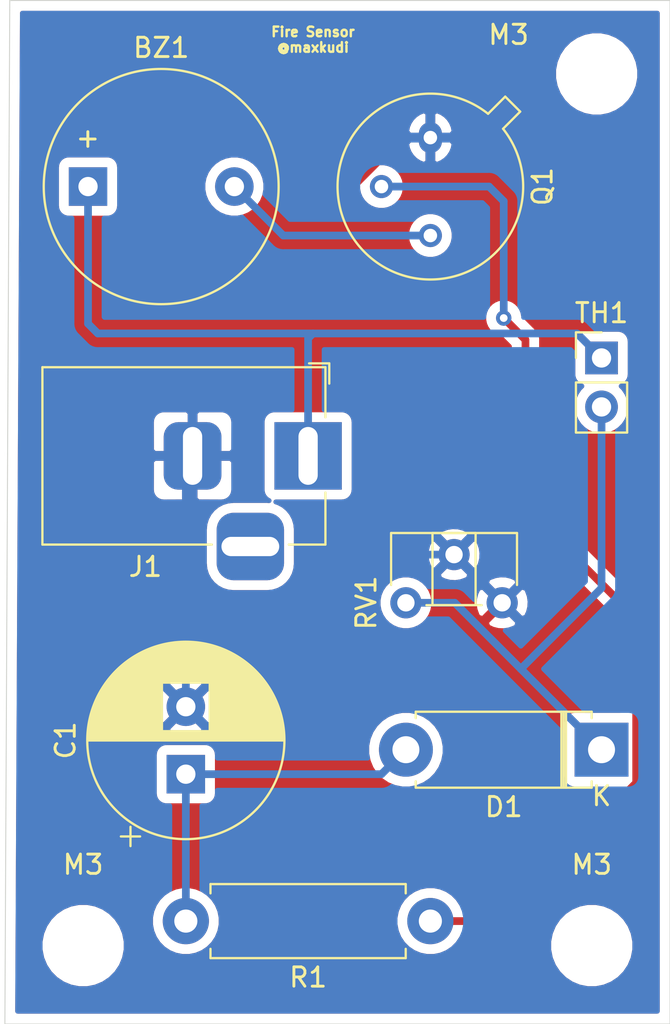
<source format=kicad_pcb>
(kicad_pcb (version 20171130) (host pcbnew "(5.1.8)-1")

  (general
    (thickness 1.6)
    (drawings 5)
    (tracks 37)
    (zones 0)
    (modules 11)
    (nets 8)
  )

  (page A4)
  (layers
    (0 F.Cu signal)
    (31 B.Cu signal)
    (32 B.Adhes user)
    (33 F.Adhes user)
    (34 B.Paste user)
    (35 F.Paste user)
    (36 B.SilkS user)
    (37 F.SilkS user)
    (38 B.Mask user)
    (39 F.Mask user)
    (40 Dwgs.User user)
    (41 Cmts.User user)
    (42 Eco1.User user)
    (43 Eco2.User user)
    (44 Edge.Cuts user)
    (45 Margin user)
    (46 B.CrtYd user)
    (47 F.CrtYd user)
    (48 B.Fab user hide)
    (49 F.Fab user hide)
  )

  (setup
    (last_trace_width 0.4)
    (user_trace_width 0.3)
    (user_trace_width 0.35)
    (user_trace_width 0.4)
    (user_trace_width 0.45)
    (user_trace_width 0.5)
    (trace_clearance 0.2)
    (zone_clearance 0.508)
    (zone_45_only no)
    (trace_min 0.2)
    (via_size 0.8)
    (via_drill 0.4)
    (via_min_size 0.4)
    (via_min_drill 0.3)
    (uvia_size 0.3)
    (uvia_drill 0.1)
    (uvias_allowed no)
    (uvia_min_size 0.2)
    (uvia_min_drill 0.1)
    (edge_width 0.05)
    (segment_width 0.2)
    (pcb_text_width 0.3)
    (pcb_text_size 1.5 1.5)
    (mod_edge_width 0.12)
    (mod_text_size 1 1)
    (mod_text_width 0.15)
    (pad_size 1.524 1.524)
    (pad_drill 0.762)
    (pad_to_mask_clearance 0)
    (aux_axis_origin 0 0)
    (visible_elements FFFFFF7F)
    (pcbplotparams
      (layerselection 0x010f0_ffffffff)
      (usegerberextensions false)
      (usegerberattributes true)
      (usegerberadvancedattributes true)
      (creategerberjobfile true)
      (excludeedgelayer true)
      (linewidth 0.100000)
      (plotframeref false)
      (viasonmask false)
      (mode 1)
      (useauxorigin false)
      (hpglpennumber 1)
      (hpglpenspeed 20)
      (hpglpendiameter 15.000000)
      (psnegative false)
      (psa4output false)
      (plotreference true)
      (plotvalue true)
      (plotinvisibletext false)
      (padsonsilk false)
      (subtractmaskfromsilk false)
      (outputformat 1)
      (mirror false)
      (drillshape 0)
      (scaleselection 1)
      (outputdirectory "Gerber/"))
  )

  (net 0 "")
  (net 1 "Net-(BZ1-Pad1)")
  (net 2 "Net-(BZ1-Pad2)")
  (net 3 "Net-(C1-Pad1)")
  (net 4 "Net-(C1-Pad2)")
  (net 5 "Net-(D1-Pad1)")
  (net 6 "Net-(J1-Pad3)")
  (net 7 "Net-(Q1-Pad2)")

  (net_class Default "This is the default net class."
    (clearance 0.2)
    (trace_width 0.25)
    (via_dia 0.8)
    (via_drill 0.4)
    (uvia_dia 0.3)
    (uvia_drill 0.1)
    (add_net "Net-(BZ1-Pad1)")
    (add_net "Net-(BZ1-Pad2)")
    (add_net "Net-(C1-Pad1)")
    (add_net "Net-(C1-Pad2)")
    (add_net "Net-(D1-Pad1)")
    (add_net "Net-(J1-Pad3)")
    (add_net "Net-(Q1-Pad2)")
  )

  (module MountingHole:MountingHole_3.2mm_M3 (layer F.Cu) (tedit 56D1B4CB) (tstamp 5FE0A461)
    (at 139.192 114.3)
    (descr "Mounting Hole 3.2mm, no annular, M3")
    (tags "mounting hole 3.2mm no annular m3")
    (attr virtual)
    (fp_text reference M3 (at 0 -4.2) (layer F.SilkS)
      (effects (font (size 1 1) (thickness 0.15)))
    )
    (fp_text value MountingHole_3.2mm_M3 (at 0 4.2) (layer F.Fab)
      (effects (font (size 1 1) (thickness 0.15)))
    )
    (fp_text user %R (at 0.3 0) (layer F.Fab)
      (effects (font (size 1 1) (thickness 0.15)))
    )
    (fp_circle (center 0 0) (end 3.2 0) (layer Cmts.User) (width 0.15))
    (fp_circle (center 0 0) (end 3.45 0) (layer F.CrtYd) (width 0.05))
    (pad 1 np_thru_hole circle (at 0 0) (size 3.2 3.2) (drill 3.2) (layers *.Cu *.Mask))
  )

  (module MountingHole:MountingHole_3.2mm_M3 (layer F.Cu) (tedit 56D1B4CB) (tstamp 5FE0A43D)
    (at 112.776 114.3)
    (descr "Mounting Hole 3.2mm, no annular, M3")
    (tags "mounting hole 3.2mm no annular m3")
    (attr virtual)
    (fp_text reference M3 (at 0 -4.2) (layer F.SilkS)
      (effects (font (size 1 1) (thickness 0.15)))
    )
    (fp_text value MountingHole_3.2mm_M3 (at 0 4.2) (layer F.Fab)
      (effects (font (size 1 1) (thickness 0.15)))
    )
    (fp_text user %R (at 0.3 0) (layer F.Fab)
      (effects (font (size 1 1) (thickness 0.15)))
    )
    (fp_circle (center 0 0) (end 3.2 0) (layer Cmts.User) (width 0.15))
    (fp_circle (center 0 0) (end 3.45 0) (layer F.CrtYd) (width 0.05))
    (pad 1 np_thru_hole circle (at 0 0) (size 3.2 3.2) (drill 3.2) (layers *.Cu *.Mask))
  )

  (module MountingHole:MountingHole_3.2mm_M3 (layer F.Cu) (tedit 56D1B4CB) (tstamp 5FE0A419)
    (at 139.446 69.088)
    (descr "Mounting Hole 3.2mm, no annular, M3")
    (tags "mounting hole 3.2mm no annular m3")
    (attr virtual)
    (fp_text reference M3 (at -4.572 -2.032) (layer F.SilkS)
      (effects (font (size 1 1) (thickness 0.15)))
    )
    (fp_text value MountingHole_3.2mm_M3 (at 0 4.2) (layer F.Fab)
      (effects (font (size 1 1) (thickness 0.15)))
    )
    (fp_text user %R (at 0.3 0) (layer F.Fab)
      (effects (font (size 1 1) (thickness 0.15)))
    )
    (fp_circle (center 0 0) (end 3.2 0) (layer Cmts.User) (width 0.15))
    (fp_circle (center 0 0) (end 3.45 0) (layer F.CrtYd) (width 0.05))
    (pad 1 np_thru_hole circle (at 0 0) (size 3.2 3.2) (drill 3.2) (layers *.Cu *.Mask))
  )

  (module Buzzer_Beeper:Buzzer_12x9.5RM7.6 (layer F.Cu) (tedit 5A030281) (tstamp 5FE0972A)
    (at 113.03 74.93)
    (descr "Generic Buzzer, D12mm height 9.5mm with RM7.6mm")
    (tags buzzer)
    (path /5FDD1A8F)
    (fp_text reference BZ1 (at 3.8 -7.2) (layer F.SilkS)
      (effects (font (size 1 1) (thickness 0.15)))
    )
    (fp_text value Buzzer (at 3.81 2.54) (layer F.Fab)
      (effects (font (size 1 1) (thickness 0.15)))
    )
    (fp_circle (center 3.8 0) (end 9.9 0) (layer F.SilkS) (width 0.12))
    (fp_circle (center 3.8 0) (end 4.8 0) (layer F.Fab) (width 0.1))
    (fp_circle (center 3.8 0) (end 9.8 0) (layer F.Fab) (width 0.1))
    (fp_circle (center 3.8 0) (end 10.05 0) (layer F.CrtYd) (width 0.05))
    (fp_text user + (at -0.01 -2.54) (layer F.Fab)
      (effects (font (size 1 1) (thickness 0.15)))
    )
    (fp_text user + (at -0.01 -2.54) (layer F.SilkS)
      (effects (font (size 1 1) (thickness 0.15)))
    )
    (fp_text user %R (at 3.8 -4) (layer F.Fab)
      (effects (font (size 1 1) (thickness 0.15)))
    )
    (pad 1 thru_hole rect (at 0 0) (size 2 2) (drill 1) (layers *.Cu *.Mask)
      (net 1 "Net-(BZ1-Pad1)"))
    (pad 2 thru_hole circle (at 7.6 0) (size 2 2) (drill 1) (layers *.Cu *.Mask)
      (net 2 "Net-(BZ1-Pad2)"))
    (model ${KISYS3DMOD}/Buzzer_Beeper.3dshapes/Buzzer_12x9.5RM7.6.wrl
      (at (xyz 0 0 0))
      (scale (xyz 1 1 1))
      (rotate (xyz 0 0 0))
    )
  )

  (module Capacitor_THT:CP_Radial_D10.0mm_P3.50mm (layer F.Cu) (tedit 5AE50EF0) (tstamp 5FE097F6)
    (at 118.11 105.41 90)
    (descr "CP, Radial series, Radial, pin pitch=3.50mm, , diameter=10mm, Electrolytic Capacitor")
    (tags "CP Radial series Radial pin pitch 3.50mm  diameter 10mm Electrolytic Capacitor")
    (path /5FDD426F)
    (fp_text reference C1 (at 1.75 -6.25 90) (layer F.SilkS)
      (effects (font (size 1 1) (thickness 0.15)))
    )
    (fp_text value 10uF (at 1.75 6.25 90) (layer F.Fab)
      (effects (font (size 1 1) (thickness 0.15)))
    )
    (fp_line (start -3.229646 -3.375) (end -3.229646 -2.375) (layer F.SilkS) (width 0.12))
    (fp_line (start -3.729646 -2.875) (end -2.729646 -2.875) (layer F.SilkS) (width 0.12))
    (fp_line (start 6.831 -0.599) (end 6.831 0.599) (layer F.SilkS) (width 0.12))
    (fp_line (start 6.791 -0.862) (end 6.791 0.862) (layer F.SilkS) (width 0.12))
    (fp_line (start 6.751 -1.062) (end 6.751 1.062) (layer F.SilkS) (width 0.12))
    (fp_line (start 6.711 -1.23) (end 6.711 1.23) (layer F.SilkS) (width 0.12))
    (fp_line (start 6.671 -1.378) (end 6.671 1.378) (layer F.SilkS) (width 0.12))
    (fp_line (start 6.631 -1.51) (end 6.631 1.51) (layer F.SilkS) (width 0.12))
    (fp_line (start 6.591 -1.63) (end 6.591 1.63) (layer F.SilkS) (width 0.12))
    (fp_line (start 6.551 -1.742) (end 6.551 1.742) (layer F.SilkS) (width 0.12))
    (fp_line (start 6.511 -1.846) (end 6.511 1.846) (layer F.SilkS) (width 0.12))
    (fp_line (start 6.471 -1.944) (end 6.471 1.944) (layer F.SilkS) (width 0.12))
    (fp_line (start 6.431 -2.037) (end 6.431 2.037) (layer F.SilkS) (width 0.12))
    (fp_line (start 6.391 -2.125) (end 6.391 2.125) (layer F.SilkS) (width 0.12))
    (fp_line (start 6.351 -2.209) (end 6.351 2.209) (layer F.SilkS) (width 0.12))
    (fp_line (start 6.311 -2.289) (end 6.311 2.289) (layer F.SilkS) (width 0.12))
    (fp_line (start 6.271 -2.365) (end 6.271 2.365) (layer F.SilkS) (width 0.12))
    (fp_line (start 6.231 -2.439) (end 6.231 2.439) (layer F.SilkS) (width 0.12))
    (fp_line (start 6.191 -2.51) (end 6.191 2.51) (layer F.SilkS) (width 0.12))
    (fp_line (start 6.151 -2.579) (end 6.151 2.579) (layer F.SilkS) (width 0.12))
    (fp_line (start 6.111 -2.645) (end 6.111 2.645) (layer F.SilkS) (width 0.12))
    (fp_line (start 6.071 -2.709) (end 6.071 2.709) (layer F.SilkS) (width 0.12))
    (fp_line (start 6.031 -2.77) (end 6.031 2.77) (layer F.SilkS) (width 0.12))
    (fp_line (start 5.991 -2.83) (end 5.991 2.83) (layer F.SilkS) (width 0.12))
    (fp_line (start 5.951 -2.889) (end 5.951 2.889) (layer F.SilkS) (width 0.12))
    (fp_line (start 5.911 -2.945) (end 5.911 2.945) (layer F.SilkS) (width 0.12))
    (fp_line (start 5.871 -3) (end 5.871 3) (layer F.SilkS) (width 0.12))
    (fp_line (start 5.831 -3.054) (end 5.831 3.054) (layer F.SilkS) (width 0.12))
    (fp_line (start 5.791 -3.106) (end 5.791 3.106) (layer F.SilkS) (width 0.12))
    (fp_line (start 5.751 -3.156) (end 5.751 3.156) (layer F.SilkS) (width 0.12))
    (fp_line (start 5.711 -3.206) (end 5.711 3.206) (layer F.SilkS) (width 0.12))
    (fp_line (start 5.671 -3.254) (end 5.671 3.254) (layer F.SilkS) (width 0.12))
    (fp_line (start 5.631 -3.301) (end 5.631 3.301) (layer F.SilkS) (width 0.12))
    (fp_line (start 5.591 -3.347) (end 5.591 3.347) (layer F.SilkS) (width 0.12))
    (fp_line (start 5.551 -3.392) (end 5.551 3.392) (layer F.SilkS) (width 0.12))
    (fp_line (start 5.511 -3.436) (end 5.511 3.436) (layer F.SilkS) (width 0.12))
    (fp_line (start 5.471 -3.478) (end 5.471 3.478) (layer F.SilkS) (width 0.12))
    (fp_line (start 5.431 -3.52) (end 5.431 3.52) (layer F.SilkS) (width 0.12))
    (fp_line (start 5.391 -3.561) (end 5.391 3.561) (layer F.SilkS) (width 0.12))
    (fp_line (start 5.351 -3.601) (end 5.351 3.601) (layer F.SilkS) (width 0.12))
    (fp_line (start 5.311 -3.64) (end 5.311 3.64) (layer F.SilkS) (width 0.12))
    (fp_line (start 5.271 -3.679) (end 5.271 3.679) (layer F.SilkS) (width 0.12))
    (fp_line (start 5.231 -3.716) (end 5.231 3.716) (layer F.SilkS) (width 0.12))
    (fp_line (start 5.191 -3.753) (end 5.191 3.753) (layer F.SilkS) (width 0.12))
    (fp_line (start 5.151 -3.789) (end 5.151 3.789) (layer F.SilkS) (width 0.12))
    (fp_line (start 5.111 -3.824) (end 5.111 3.824) (layer F.SilkS) (width 0.12))
    (fp_line (start 5.071 -3.858) (end 5.071 3.858) (layer F.SilkS) (width 0.12))
    (fp_line (start 5.031 -3.892) (end 5.031 3.892) (layer F.SilkS) (width 0.12))
    (fp_line (start 4.991 -3.925) (end 4.991 3.925) (layer F.SilkS) (width 0.12))
    (fp_line (start 4.951 -3.957) (end 4.951 3.957) (layer F.SilkS) (width 0.12))
    (fp_line (start 4.911 -3.989) (end 4.911 3.989) (layer F.SilkS) (width 0.12))
    (fp_line (start 4.871 -4.02) (end 4.871 4.02) (layer F.SilkS) (width 0.12))
    (fp_line (start 4.831 -4.05) (end 4.831 4.05) (layer F.SilkS) (width 0.12))
    (fp_line (start 4.791 -4.08) (end 4.791 4.08) (layer F.SilkS) (width 0.12))
    (fp_line (start 4.751 -4.11) (end 4.751 4.11) (layer F.SilkS) (width 0.12))
    (fp_line (start 4.711 1.241) (end 4.711 4.138) (layer F.SilkS) (width 0.12))
    (fp_line (start 4.711 -4.138) (end 4.711 -1.241) (layer F.SilkS) (width 0.12))
    (fp_line (start 4.671 1.241) (end 4.671 4.166) (layer F.SilkS) (width 0.12))
    (fp_line (start 4.671 -4.166) (end 4.671 -1.241) (layer F.SilkS) (width 0.12))
    (fp_line (start 4.631 1.241) (end 4.631 4.194) (layer F.SilkS) (width 0.12))
    (fp_line (start 4.631 -4.194) (end 4.631 -1.241) (layer F.SilkS) (width 0.12))
    (fp_line (start 4.591 1.241) (end 4.591 4.221) (layer F.SilkS) (width 0.12))
    (fp_line (start 4.591 -4.221) (end 4.591 -1.241) (layer F.SilkS) (width 0.12))
    (fp_line (start 4.551 1.241) (end 4.551 4.247) (layer F.SilkS) (width 0.12))
    (fp_line (start 4.551 -4.247) (end 4.551 -1.241) (layer F.SilkS) (width 0.12))
    (fp_line (start 4.511 1.241) (end 4.511 4.273) (layer F.SilkS) (width 0.12))
    (fp_line (start 4.511 -4.273) (end 4.511 -1.241) (layer F.SilkS) (width 0.12))
    (fp_line (start 4.471 1.241) (end 4.471 4.298) (layer F.SilkS) (width 0.12))
    (fp_line (start 4.471 -4.298) (end 4.471 -1.241) (layer F.SilkS) (width 0.12))
    (fp_line (start 4.431 1.241) (end 4.431 4.323) (layer F.SilkS) (width 0.12))
    (fp_line (start 4.431 -4.323) (end 4.431 -1.241) (layer F.SilkS) (width 0.12))
    (fp_line (start 4.391 1.241) (end 4.391 4.347) (layer F.SilkS) (width 0.12))
    (fp_line (start 4.391 -4.347) (end 4.391 -1.241) (layer F.SilkS) (width 0.12))
    (fp_line (start 4.351 1.241) (end 4.351 4.371) (layer F.SilkS) (width 0.12))
    (fp_line (start 4.351 -4.371) (end 4.351 -1.241) (layer F.SilkS) (width 0.12))
    (fp_line (start 4.311 1.241) (end 4.311 4.395) (layer F.SilkS) (width 0.12))
    (fp_line (start 4.311 -4.395) (end 4.311 -1.241) (layer F.SilkS) (width 0.12))
    (fp_line (start 4.271 1.241) (end 4.271 4.417) (layer F.SilkS) (width 0.12))
    (fp_line (start 4.271 -4.417) (end 4.271 -1.241) (layer F.SilkS) (width 0.12))
    (fp_line (start 4.231 1.241) (end 4.231 4.44) (layer F.SilkS) (width 0.12))
    (fp_line (start 4.231 -4.44) (end 4.231 -1.241) (layer F.SilkS) (width 0.12))
    (fp_line (start 4.191 1.241) (end 4.191 4.462) (layer F.SilkS) (width 0.12))
    (fp_line (start 4.191 -4.462) (end 4.191 -1.241) (layer F.SilkS) (width 0.12))
    (fp_line (start 4.151 1.241) (end 4.151 4.483) (layer F.SilkS) (width 0.12))
    (fp_line (start 4.151 -4.483) (end 4.151 -1.241) (layer F.SilkS) (width 0.12))
    (fp_line (start 4.111 1.241) (end 4.111 4.504) (layer F.SilkS) (width 0.12))
    (fp_line (start 4.111 -4.504) (end 4.111 -1.241) (layer F.SilkS) (width 0.12))
    (fp_line (start 4.071 1.241) (end 4.071 4.525) (layer F.SilkS) (width 0.12))
    (fp_line (start 4.071 -4.525) (end 4.071 -1.241) (layer F.SilkS) (width 0.12))
    (fp_line (start 4.031 1.241) (end 4.031 4.545) (layer F.SilkS) (width 0.12))
    (fp_line (start 4.031 -4.545) (end 4.031 -1.241) (layer F.SilkS) (width 0.12))
    (fp_line (start 3.991 1.241) (end 3.991 4.564) (layer F.SilkS) (width 0.12))
    (fp_line (start 3.991 -4.564) (end 3.991 -1.241) (layer F.SilkS) (width 0.12))
    (fp_line (start 3.951 1.241) (end 3.951 4.584) (layer F.SilkS) (width 0.12))
    (fp_line (start 3.951 -4.584) (end 3.951 -1.241) (layer F.SilkS) (width 0.12))
    (fp_line (start 3.911 1.241) (end 3.911 4.603) (layer F.SilkS) (width 0.12))
    (fp_line (start 3.911 -4.603) (end 3.911 -1.241) (layer F.SilkS) (width 0.12))
    (fp_line (start 3.871 1.241) (end 3.871 4.621) (layer F.SilkS) (width 0.12))
    (fp_line (start 3.871 -4.621) (end 3.871 -1.241) (layer F.SilkS) (width 0.12))
    (fp_line (start 3.831 1.241) (end 3.831 4.639) (layer F.SilkS) (width 0.12))
    (fp_line (start 3.831 -4.639) (end 3.831 -1.241) (layer F.SilkS) (width 0.12))
    (fp_line (start 3.791 1.241) (end 3.791 4.657) (layer F.SilkS) (width 0.12))
    (fp_line (start 3.791 -4.657) (end 3.791 -1.241) (layer F.SilkS) (width 0.12))
    (fp_line (start 3.751 1.241) (end 3.751 4.674) (layer F.SilkS) (width 0.12))
    (fp_line (start 3.751 -4.674) (end 3.751 -1.241) (layer F.SilkS) (width 0.12))
    (fp_line (start 3.711 1.241) (end 3.711 4.69) (layer F.SilkS) (width 0.12))
    (fp_line (start 3.711 -4.69) (end 3.711 -1.241) (layer F.SilkS) (width 0.12))
    (fp_line (start 3.671 1.241) (end 3.671 4.707) (layer F.SilkS) (width 0.12))
    (fp_line (start 3.671 -4.707) (end 3.671 -1.241) (layer F.SilkS) (width 0.12))
    (fp_line (start 3.631 1.241) (end 3.631 4.723) (layer F.SilkS) (width 0.12))
    (fp_line (start 3.631 -4.723) (end 3.631 -1.241) (layer F.SilkS) (width 0.12))
    (fp_line (start 3.591 1.241) (end 3.591 4.738) (layer F.SilkS) (width 0.12))
    (fp_line (start 3.591 -4.738) (end 3.591 -1.241) (layer F.SilkS) (width 0.12))
    (fp_line (start 3.551 1.241) (end 3.551 4.754) (layer F.SilkS) (width 0.12))
    (fp_line (start 3.551 -4.754) (end 3.551 -1.241) (layer F.SilkS) (width 0.12))
    (fp_line (start 3.511 1.241) (end 3.511 4.768) (layer F.SilkS) (width 0.12))
    (fp_line (start 3.511 -4.768) (end 3.511 -1.241) (layer F.SilkS) (width 0.12))
    (fp_line (start 3.471 1.241) (end 3.471 4.783) (layer F.SilkS) (width 0.12))
    (fp_line (start 3.471 -4.783) (end 3.471 -1.241) (layer F.SilkS) (width 0.12))
    (fp_line (start 3.431 1.241) (end 3.431 4.797) (layer F.SilkS) (width 0.12))
    (fp_line (start 3.431 -4.797) (end 3.431 -1.241) (layer F.SilkS) (width 0.12))
    (fp_line (start 3.391 1.241) (end 3.391 4.811) (layer F.SilkS) (width 0.12))
    (fp_line (start 3.391 -4.811) (end 3.391 -1.241) (layer F.SilkS) (width 0.12))
    (fp_line (start 3.351 1.241) (end 3.351 4.824) (layer F.SilkS) (width 0.12))
    (fp_line (start 3.351 -4.824) (end 3.351 -1.241) (layer F.SilkS) (width 0.12))
    (fp_line (start 3.311 1.241) (end 3.311 4.837) (layer F.SilkS) (width 0.12))
    (fp_line (start 3.311 -4.837) (end 3.311 -1.241) (layer F.SilkS) (width 0.12))
    (fp_line (start 3.271 1.241) (end 3.271 4.85) (layer F.SilkS) (width 0.12))
    (fp_line (start 3.271 -4.85) (end 3.271 -1.241) (layer F.SilkS) (width 0.12))
    (fp_line (start 3.231 1.241) (end 3.231 4.862) (layer F.SilkS) (width 0.12))
    (fp_line (start 3.231 -4.862) (end 3.231 -1.241) (layer F.SilkS) (width 0.12))
    (fp_line (start 3.191 1.241) (end 3.191 4.874) (layer F.SilkS) (width 0.12))
    (fp_line (start 3.191 -4.874) (end 3.191 -1.241) (layer F.SilkS) (width 0.12))
    (fp_line (start 3.151 1.241) (end 3.151 4.885) (layer F.SilkS) (width 0.12))
    (fp_line (start 3.151 -4.885) (end 3.151 -1.241) (layer F.SilkS) (width 0.12))
    (fp_line (start 3.111 1.241) (end 3.111 4.897) (layer F.SilkS) (width 0.12))
    (fp_line (start 3.111 -4.897) (end 3.111 -1.241) (layer F.SilkS) (width 0.12))
    (fp_line (start 3.071 1.241) (end 3.071 4.907) (layer F.SilkS) (width 0.12))
    (fp_line (start 3.071 -4.907) (end 3.071 -1.241) (layer F.SilkS) (width 0.12))
    (fp_line (start 3.031 1.241) (end 3.031 4.918) (layer F.SilkS) (width 0.12))
    (fp_line (start 3.031 -4.918) (end 3.031 -1.241) (layer F.SilkS) (width 0.12))
    (fp_line (start 2.991 1.241) (end 2.991 4.928) (layer F.SilkS) (width 0.12))
    (fp_line (start 2.991 -4.928) (end 2.991 -1.241) (layer F.SilkS) (width 0.12))
    (fp_line (start 2.951 1.241) (end 2.951 4.938) (layer F.SilkS) (width 0.12))
    (fp_line (start 2.951 -4.938) (end 2.951 -1.241) (layer F.SilkS) (width 0.12))
    (fp_line (start 2.911 1.241) (end 2.911 4.947) (layer F.SilkS) (width 0.12))
    (fp_line (start 2.911 -4.947) (end 2.911 -1.241) (layer F.SilkS) (width 0.12))
    (fp_line (start 2.871 1.241) (end 2.871 4.956) (layer F.SilkS) (width 0.12))
    (fp_line (start 2.871 -4.956) (end 2.871 -1.241) (layer F.SilkS) (width 0.12))
    (fp_line (start 2.831 1.241) (end 2.831 4.965) (layer F.SilkS) (width 0.12))
    (fp_line (start 2.831 -4.965) (end 2.831 -1.241) (layer F.SilkS) (width 0.12))
    (fp_line (start 2.791 1.241) (end 2.791 4.974) (layer F.SilkS) (width 0.12))
    (fp_line (start 2.791 -4.974) (end 2.791 -1.241) (layer F.SilkS) (width 0.12))
    (fp_line (start 2.751 1.241) (end 2.751 4.982) (layer F.SilkS) (width 0.12))
    (fp_line (start 2.751 -4.982) (end 2.751 -1.241) (layer F.SilkS) (width 0.12))
    (fp_line (start 2.711 1.241) (end 2.711 4.99) (layer F.SilkS) (width 0.12))
    (fp_line (start 2.711 -4.99) (end 2.711 -1.241) (layer F.SilkS) (width 0.12))
    (fp_line (start 2.671 1.241) (end 2.671 4.997) (layer F.SilkS) (width 0.12))
    (fp_line (start 2.671 -4.997) (end 2.671 -1.241) (layer F.SilkS) (width 0.12))
    (fp_line (start 2.631 1.241) (end 2.631 5.004) (layer F.SilkS) (width 0.12))
    (fp_line (start 2.631 -5.004) (end 2.631 -1.241) (layer F.SilkS) (width 0.12))
    (fp_line (start 2.591 1.241) (end 2.591 5.011) (layer F.SilkS) (width 0.12))
    (fp_line (start 2.591 -5.011) (end 2.591 -1.241) (layer F.SilkS) (width 0.12))
    (fp_line (start 2.551 1.241) (end 2.551 5.018) (layer F.SilkS) (width 0.12))
    (fp_line (start 2.551 -5.018) (end 2.551 -1.241) (layer F.SilkS) (width 0.12))
    (fp_line (start 2.511 1.241) (end 2.511 5.024) (layer F.SilkS) (width 0.12))
    (fp_line (start 2.511 -5.024) (end 2.511 -1.241) (layer F.SilkS) (width 0.12))
    (fp_line (start 2.471 1.241) (end 2.471 5.03) (layer F.SilkS) (width 0.12))
    (fp_line (start 2.471 -5.03) (end 2.471 -1.241) (layer F.SilkS) (width 0.12))
    (fp_line (start 2.43 1.241) (end 2.43 5.035) (layer F.SilkS) (width 0.12))
    (fp_line (start 2.43 -5.035) (end 2.43 -1.241) (layer F.SilkS) (width 0.12))
    (fp_line (start 2.39 1.241) (end 2.39 5.04) (layer F.SilkS) (width 0.12))
    (fp_line (start 2.39 -5.04) (end 2.39 -1.241) (layer F.SilkS) (width 0.12))
    (fp_line (start 2.35 1.241) (end 2.35 5.045) (layer F.SilkS) (width 0.12))
    (fp_line (start 2.35 -5.045) (end 2.35 -1.241) (layer F.SilkS) (width 0.12))
    (fp_line (start 2.31 1.241) (end 2.31 5.05) (layer F.SilkS) (width 0.12))
    (fp_line (start 2.31 -5.05) (end 2.31 -1.241) (layer F.SilkS) (width 0.12))
    (fp_line (start 2.27 1.241) (end 2.27 5.054) (layer F.SilkS) (width 0.12))
    (fp_line (start 2.27 -5.054) (end 2.27 -1.241) (layer F.SilkS) (width 0.12))
    (fp_line (start 2.23 -5.058) (end 2.23 5.058) (layer F.SilkS) (width 0.12))
    (fp_line (start 2.19 -5.062) (end 2.19 5.062) (layer F.SilkS) (width 0.12))
    (fp_line (start 2.15 -5.065) (end 2.15 5.065) (layer F.SilkS) (width 0.12))
    (fp_line (start 2.11 -5.068) (end 2.11 5.068) (layer F.SilkS) (width 0.12))
    (fp_line (start 2.07 -5.07) (end 2.07 5.07) (layer F.SilkS) (width 0.12))
    (fp_line (start 2.03 -5.073) (end 2.03 5.073) (layer F.SilkS) (width 0.12))
    (fp_line (start 1.99 -5.075) (end 1.99 5.075) (layer F.SilkS) (width 0.12))
    (fp_line (start 1.95 -5.077) (end 1.95 5.077) (layer F.SilkS) (width 0.12))
    (fp_line (start 1.91 -5.078) (end 1.91 5.078) (layer F.SilkS) (width 0.12))
    (fp_line (start 1.87 -5.079) (end 1.87 5.079) (layer F.SilkS) (width 0.12))
    (fp_line (start 1.83 -5.08) (end 1.83 5.08) (layer F.SilkS) (width 0.12))
    (fp_line (start 1.79 -5.08) (end 1.79 5.08) (layer F.SilkS) (width 0.12))
    (fp_line (start 1.75 -5.08) (end 1.75 5.08) (layer F.SilkS) (width 0.12))
    (fp_line (start -2.038861 -2.6875) (end -2.038861 -1.6875) (layer F.Fab) (width 0.1))
    (fp_line (start -2.538861 -2.1875) (end -1.538861 -2.1875) (layer F.Fab) (width 0.1))
    (fp_circle (center 1.75 0) (end 7 0) (layer F.CrtYd) (width 0.05))
    (fp_circle (center 1.75 0) (end 6.87 0) (layer F.SilkS) (width 0.12))
    (fp_circle (center 1.75 0) (end 6.75 0) (layer F.Fab) (width 0.1))
    (fp_text user %R (at 1.75 0 90) (layer F.Fab)
      (effects (font (size 1 1) (thickness 0.15)))
    )
    (pad 1 thru_hole rect (at 0 0 90) (size 2 2) (drill 1) (layers *.Cu *.Mask)
      (net 3 "Net-(C1-Pad1)"))
    (pad 2 thru_hole circle (at 3.5 0 90) (size 2 2) (drill 1) (layers *.Cu *.Mask)
      (net 4 "Net-(C1-Pad2)"))
    (model ${KISYS3DMOD}/Capacitor_THT.3dshapes/CP_Radial_D10.0mm_P3.50mm.wrl
      (at (xyz 0 0 0))
      (scale (xyz 1 1 1))
      (rotate (xyz 0 0 0))
    )
  )

  (module Diode_THT:D_5W_P10.16mm_Horizontal (layer F.Cu) (tedit 5AE50CD5) (tstamp 5FE09815)
    (at 139.7 104.14 180)
    (descr "Diode, 5W series, Axial, Horizontal, pin pitch=10.16mm, , length*diameter=8.9*3.7mm^2, , http://www.diodes.com/_files/packages/8686949.gif")
    (tags "Diode 5W series Axial Horizontal pin pitch 10.16mm  length 8.9mm diameter 3.7mm")
    (path /5FDD12E9)
    (fp_text reference D1 (at 5.08 -2.97) (layer F.SilkS)
      (effects (font (size 1 1) (thickness 0.15)))
    )
    (fp_text value 1N4007 (at 5.08 2.97) (layer F.Fab)
      (effects (font (size 1 1) (thickness 0.15)))
    )
    (fp_line (start 11.81 -2.1) (end -1.65 -2.1) (layer F.CrtYd) (width 0.05))
    (fp_line (start 11.81 2.1) (end 11.81 -2.1) (layer F.CrtYd) (width 0.05))
    (fp_line (start -1.65 2.1) (end 11.81 2.1) (layer F.CrtYd) (width 0.05))
    (fp_line (start -1.65 -2.1) (end -1.65 2.1) (layer F.CrtYd) (width 0.05))
    (fp_line (start 1.845 -1.97) (end 1.845 1.97) (layer F.SilkS) (width 0.12))
    (fp_line (start 2.085 -1.97) (end 2.085 1.97) (layer F.SilkS) (width 0.12))
    (fp_line (start 1.965 -1.97) (end 1.965 1.97) (layer F.SilkS) (width 0.12))
    (fp_line (start 9.65 1.97) (end 9.65 1.64) (layer F.SilkS) (width 0.12))
    (fp_line (start 0.51 1.97) (end 9.65 1.97) (layer F.SilkS) (width 0.12))
    (fp_line (start 0.51 1.64) (end 0.51 1.97) (layer F.SilkS) (width 0.12))
    (fp_line (start 9.65 -1.97) (end 9.65 -1.64) (layer F.SilkS) (width 0.12))
    (fp_line (start 0.51 -1.97) (end 9.65 -1.97) (layer F.SilkS) (width 0.12))
    (fp_line (start 0.51 -1.64) (end 0.51 -1.97) (layer F.SilkS) (width 0.12))
    (fp_line (start 1.865 -1.85) (end 1.865 1.85) (layer F.Fab) (width 0.1))
    (fp_line (start 2.065 -1.85) (end 2.065 1.85) (layer F.Fab) (width 0.1))
    (fp_line (start 1.965 -1.85) (end 1.965 1.85) (layer F.Fab) (width 0.1))
    (fp_line (start 10.16 0) (end 9.53 0) (layer F.Fab) (width 0.1))
    (fp_line (start 0 0) (end 0.63 0) (layer F.Fab) (width 0.1))
    (fp_line (start 9.53 -1.85) (end 0.63 -1.85) (layer F.Fab) (width 0.1))
    (fp_line (start 9.53 1.85) (end 9.53 -1.85) (layer F.Fab) (width 0.1))
    (fp_line (start 0.63 1.85) (end 9.53 1.85) (layer F.Fab) (width 0.1))
    (fp_line (start 0.63 -1.85) (end 0.63 1.85) (layer F.Fab) (width 0.1))
    (fp_text user %R (at 5.7475 0) (layer F.Fab)
      (effects (font (size 1 1) (thickness 0.15)))
    )
    (fp_text user K (at 0 -2.4) (layer F.Fab)
      (effects (font (size 1 1) (thickness 0.15)))
    )
    (fp_text user K (at 0 -2.4) (layer F.SilkS)
      (effects (font (size 1 1) (thickness 0.15)))
    )
    (pad 1 thru_hole rect (at 0 0 180) (size 2.8 2.8) (drill 1.4) (layers *.Cu *.Mask)
      (net 5 "Net-(D1-Pad1)"))
    (pad 2 thru_hole oval (at 10.16 0 180) (size 2.8 2.8) (drill 1.4) (layers *.Cu *.Mask)
      (net 3 "Net-(C1-Pad1)"))
    (model ${KISYS3DMOD}/Diode_THT.3dshapes/D_5W_P10.16mm_Horizontal.wrl
      (at (xyz 0 0 0))
      (scale (xyz 1 1 1))
      (rotate (xyz 0 0 0))
    )
  )

  (module Connector_BarrelJack:BarrelJack_Horizontal (layer F.Cu) (tedit 5A1DBF6A) (tstamp 5FE09838)
    (at 124.46 88.9)
    (descr "DC Barrel Jack")
    (tags "Power Jack")
    (path /5FDD3BF6)
    (fp_text reference J1 (at -8.45 5.75) (layer F.SilkS)
      (effects (font (size 1 1) (thickness 0.15)))
    )
    (fp_text value DC (at -6.2 -5.5) (layer F.Fab)
      (effects (font (size 1 1) (thickness 0.15)))
    )
    (fp_line (start 0 -4.5) (end -13.7 -4.5) (layer F.Fab) (width 0.1))
    (fp_line (start 0.8 4.5) (end 0.8 -3.75) (layer F.Fab) (width 0.1))
    (fp_line (start -13.7 4.5) (end 0.8 4.5) (layer F.Fab) (width 0.1))
    (fp_line (start -13.7 -4.5) (end -13.7 4.5) (layer F.Fab) (width 0.1))
    (fp_line (start -10.2 -4.5) (end -10.2 4.5) (layer F.Fab) (width 0.1))
    (fp_line (start 0.9 -4.6) (end 0.9 -2) (layer F.SilkS) (width 0.12))
    (fp_line (start -13.8 -4.6) (end 0.9 -4.6) (layer F.SilkS) (width 0.12))
    (fp_line (start 0.9 4.6) (end -1 4.6) (layer F.SilkS) (width 0.12))
    (fp_line (start 0.9 1.9) (end 0.9 4.6) (layer F.SilkS) (width 0.12))
    (fp_line (start -13.8 4.6) (end -13.8 -4.6) (layer F.SilkS) (width 0.12))
    (fp_line (start -5 4.6) (end -13.8 4.6) (layer F.SilkS) (width 0.12))
    (fp_line (start -14 4.75) (end -14 -4.75) (layer F.CrtYd) (width 0.05))
    (fp_line (start -5 4.75) (end -14 4.75) (layer F.CrtYd) (width 0.05))
    (fp_line (start -5 6.75) (end -5 4.75) (layer F.CrtYd) (width 0.05))
    (fp_line (start -1 6.75) (end -5 6.75) (layer F.CrtYd) (width 0.05))
    (fp_line (start -1 4.75) (end -1 6.75) (layer F.CrtYd) (width 0.05))
    (fp_line (start 1 4.75) (end -1 4.75) (layer F.CrtYd) (width 0.05))
    (fp_line (start 1 2) (end 1 4.75) (layer F.CrtYd) (width 0.05))
    (fp_line (start 2 2) (end 1 2) (layer F.CrtYd) (width 0.05))
    (fp_line (start 2 -2) (end 2 2) (layer F.CrtYd) (width 0.05))
    (fp_line (start 1 -2) (end 2 -2) (layer F.CrtYd) (width 0.05))
    (fp_line (start 1 -4.5) (end 1 -2) (layer F.CrtYd) (width 0.05))
    (fp_line (start 1 -4.75) (end -14 -4.75) (layer F.CrtYd) (width 0.05))
    (fp_line (start 1 -4.5) (end 1 -4.75) (layer F.CrtYd) (width 0.05))
    (fp_line (start 0.05 -4.8) (end 1.1 -4.8) (layer F.SilkS) (width 0.12))
    (fp_line (start 1.1 -3.75) (end 1.1 -4.8) (layer F.SilkS) (width 0.12))
    (fp_line (start -0.003213 -4.505425) (end 0.8 -3.75) (layer F.Fab) (width 0.1))
    (fp_text user %R (at -3 -2.95) (layer F.Fab)
      (effects (font (size 1 1) (thickness 0.15)))
    )
    (pad 1 thru_hole rect (at 0 0) (size 3.5 3.5) (drill oval 1 3) (layers *.Cu *.Mask)
      (net 1 "Net-(BZ1-Pad1)"))
    (pad 2 thru_hole roundrect (at -6 0) (size 3 3.5) (drill oval 1 3) (layers *.Cu *.Mask) (roundrect_rratio 0.25)
      (net 4 "Net-(C1-Pad2)"))
    (pad 3 thru_hole roundrect (at -3 4.7) (size 3.5 3.5) (drill oval 3 1) (layers *.Cu *.Mask) (roundrect_rratio 0.25)
      (net 6 "Net-(J1-Pad3)"))
    (model ${KISYS3DMOD}/Connector_BarrelJack.3dshapes/BarrelJack_Horizontal.wrl
      (at (xyz 0 0 0))
      (scale (xyz 1 1 1))
      (rotate (xyz 0 0 0))
    )
  )

  (module Package_TO_SOT_THT:TO-39-3 (layer F.Cu) (tedit 5A02FF81) (tstamp 5FE0984D)
    (at 130.81 72.39 270)
    (descr TO-39-3)
    (tags TO-39-3)
    (path /5FDD341C)
    (fp_text reference Q1 (at 2.54 -5.82 90) (layer F.SilkS)
      (effects (font (size 1 1) (thickness 0.15)))
    )
    (fp_text value 2N2219 (at 2.54 5.82 90) (layer F.Fab)
      (effects (font (size 1 1) (thickness 0.15)))
    )
    (fp_circle (center 2.54 0) (end 6.79 0) (layer F.Fab) (width 0.1))
    (fp_line (start 7.49 -4.95) (end -2.41 -4.95) (layer F.CrtYd) (width 0.05))
    (fp_line (start 7.49 4.95) (end 7.49 -4.95) (layer F.CrtYd) (width 0.05))
    (fp_line (start -2.41 4.95) (end 7.49 4.95) (layer F.CrtYd) (width 0.05))
    (fp_line (start -2.41 -4.95) (end -2.41 4.95) (layer F.CrtYd) (width 0.05))
    (fp_line (start -2.125856 -3.888039) (end -1.234902 -2.997084) (layer F.SilkS) (width 0.12))
    (fp_line (start -1.348039 -4.665856) (end -2.125856 -3.888039) (layer F.SilkS) (width 0.12))
    (fp_line (start -0.457084 -3.774902) (end -1.348039 -4.665856) (layer F.SilkS) (width 0.12))
    (fp_line (start -1.879621 -3.81151) (end -1.07352 -3.005408) (layer F.Fab) (width 0.1))
    (fp_line (start -1.27151 -4.419621) (end -1.879621 -3.81151) (layer F.Fab) (width 0.1))
    (fp_line (start -0.465408 -3.61352) (end -1.27151 -4.419621) (layer F.Fab) (width 0.1))
    (fp_text user %R (at 2.54 -5.82 90) (layer F.Fab)
      (effects (font (size 1 1) (thickness 0.15)))
    )
    (fp_arc (start 2.54 0) (end -0.465408 -3.61352) (angle 349.5) (layer F.Fab) (width 0.1))
    (fp_arc (start 2.54 0) (end -0.457084 -3.774902) (angle 346.9) (layer F.SilkS) (width 0.12))
    (pad 1 thru_hole oval (at 0 0 270) (size 1.6 1.2) (drill 0.7) (layers *.Cu *.Mask)
      (net 4 "Net-(C1-Pad2)"))
    (pad 2 thru_hole oval (at 2.54 2.54 270) (size 1.2 1.2) (drill 0.7) (layers *.Cu *.Mask)
      (net 7 "Net-(Q1-Pad2)"))
    (pad 3 thru_hole oval (at 5.08 0 270) (size 1.2 1.2) (drill 0.7) (layers *.Cu *.Mask)
      (net 2 "Net-(BZ1-Pad2)"))
    (model ${KISYS3DMOD}/Package_TO_SOT_THT.3dshapes/TO-39-3.wrl
      (at (xyz 0 0 0))
      (scale (xyz 1 1 1))
      (rotate (xyz 0 0 0))
    )
  )

  (module Resistor_THT:R_Axial_DIN0411_L9.9mm_D3.6mm_P12.70mm_Horizontal (layer F.Cu) (tedit 5AE5139B) (tstamp 5FE09864)
    (at 130.81 113.03 180)
    (descr "Resistor, Axial_DIN0411 series, Axial, Horizontal, pin pitch=12.7mm, 1W, length*diameter=9.9*3.6mm^2")
    (tags "Resistor Axial_DIN0411 series Axial Horizontal pin pitch 12.7mm 1W length 9.9mm diameter 3.6mm")
    (path /5FDD092C)
    (fp_text reference R1 (at 6.35 -2.92) (layer F.SilkS)
      (effects (font (size 1 1) (thickness 0.15)))
    )
    (fp_text value 33K (at 6.35 2.92) (layer F.Fab)
      (effects (font (size 1 1) (thickness 0.15)))
    )
    (fp_line (start 14.15 -2.05) (end -1.45 -2.05) (layer F.CrtYd) (width 0.05))
    (fp_line (start 14.15 2.05) (end 14.15 -2.05) (layer F.CrtYd) (width 0.05))
    (fp_line (start -1.45 2.05) (end 14.15 2.05) (layer F.CrtYd) (width 0.05))
    (fp_line (start -1.45 -2.05) (end -1.45 2.05) (layer F.CrtYd) (width 0.05))
    (fp_line (start 11.42 1.92) (end 11.42 1.44) (layer F.SilkS) (width 0.12))
    (fp_line (start 1.28 1.92) (end 11.42 1.92) (layer F.SilkS) (width 0.12))
    (fp_line (start 1.28 1.44) (end 1.28 1.92) (layer F.SilkS) (width 0.12))
    (fp_line (start 11.42 -1.92) (end 11.42 -1.44) (layer F.SilkS) (width 0.12))
    (fp_line (start 1.28 -1.92) (end 11.42 -1.92) (layer F.SilkS) (width 0.12))
    (fp_line (start 1.28 -1.44) (end 1.28 -1.92) (layer F.SilkS) (width 0.12))
    (fp_line (start 12.7 0) (end 11.3 0) (layer F.Fab) (width 0.1))
    (fp_line (start 0 0) (end 1.4 0) (layer F.Fab) (width 0.1))
    (fp_line (start 11.3 -1.8) (end 1.4 -1.8) (layer F.Fab) (width 0.1))
    (fp_line (start 11.3 1.8) (end 11.3 -1.8) (layer F.Fab) (width 0.1))
    (fp_line (start 1.4 1.8) (end 11.3 1.8) (layer F.Fab) (width 0.1))
    (fp_line (start 1.4 -1.8) (end 1.4 1.8) (layer F.Fab) (width 0.1))
    (fp_text user %R (at 6.35 0 180) (layer F.Fab)
      (effects (font (size 1 1) (thickness 0.15)))
    )
    (pad 1 thru_hole circle (at 0 0 180) (size 2.4 2.4) (drill 1.2) (layers *.Cu *.Mask)
      (net 7 "Net-(Q1-Pad2)"))
    (pad 2 thru_hole oval (at 12.7 0 180) (size 2.4 2.4) (drill 1.2) (layers *.Cu *.Mask)
      (net 3 "Net-(C1-Pad1)"))
    (model ${KISYS3DMOD}/Resistor_THT.3dshapes/R_Axial_DIN0411_L9.9mm_D3.6mm_P12.70mm_Horizontal.wrl
      (at (xyz 0 0 0))
      (scale (xyz 1 1 1))
      (rotate (xyz 0 0 0))
    )
  )

  (module Potentiometer_THT:Potentiometer_ACP_CA6-H2,5_Horizontal (layer F.Cu) (tedit 5A3D4994) (tstamp 5FE09880)
    (at 129.54 96.52 90)
    (descr "Potentiometer, horizontal, ACP CA6-H2,5, http://www.acptechnologies.com/wp-content/uploads/2017/06/01-ACP-CA6.pdf")
    (tags "Potentiometer horizontal ACP CA6-H2,5")
    (path /5FDD919B)
    (fp_text reference RV1 (at 0 -2.06 90) (layer F.SilkS)
      (effects (font (size 1 1) (thickness 0.15)))
    )
    (fp_text value 5K (at 0 7.06 90) (layer F.Fab)
      (effects (font (size 1 1) (thickness 0.15)))
    )
    (fp_line (start 3.75 -1.1) (end -1.1 -1.1) (layer F.CrtYd) (width 0.05))
    (fp_line (start 3.75 6.1) (end 3.75 -1.1) (layer F.CrtYd) (width 0.05))
    (fp_line (start -1.1 6.1) (end 3.75 6.1) (layer F.CrtYd) (width 0.05))
    (fp_line (start -1.1 -1.1) (end -1.1 6.1) (layer F.CrtYd) (width 0.05))
    (fp_line (start 3.62 1.38) (end 3.62 3.62) (layer F.SilkS) (width 0.12))
    (fp_line (start -0.121 1.38) (end -0.121 3.62) (layer F.SilkS) (width 0.12))
    (fp_line (start -0.121 3.62) (end 3.62 3.62) (layer F.SilkS) (width 0.12))
    (fp_line (start -0.121 1.38) (end 3.62 1.38) (layer F.SilkS) (width 0.12))
    (fp_line (start -0.121 1.066) (end -0.121 3.935) (layer F.SilkS) (width 0.12))
    (fp_line (start 3.62 -0.77) (end 3.62 5.77) (layer F.SilkS) (width 0.12))
    (fp_line (start 0.925 5.77) (end 3.62 5.77) (layer F.SilkS) (width 0.12))
    (fp_line (start 0.925 -0.77) (end 3.62 -0.77) (layer F.SilkS) (width 0.12))
    (fp_line (start 3.5 1.5) (end 0 1.5) (layer F.Fab) (width 0.1))
    (fp_line (start 3.5 3.5) (end 3.5 1.5) (layer F.Fab) (width 0.1))
    (fp_line (start 0 3.5) (end 3.5 3.5) (layer F.Fab) (width 0.1))
    (fp_line (start 0 1.5) (end 0 3.5) (layer F.Fab) (width 0.1))
    (fp_line (start 0 -0.65) (end 3.5 -0.65) (layer F.Fab) (width 0.1))
    (fp_line (start 0 5.65) (end 0 -0.65) (layer F.Fab) (width 0.1))
    (fp_line (start 3.5 5.65) (end 0 5.65) (layer F.Fab) (width 0.1))
    (fp_line (start 3.5 -0.65) (end 3.5 5.65) (layer F.Fab) (width 0.1))
    (fp_text user %R (at 1.75 2.5 90) (layer F.Fab)
      (effects (font (size 0.78 0.78) (thickness 0.15)))
    )
    (pad 3 thru_hole circle (at 0 5 90) (size 1.62 1.62) (drill 0.9) (layers *.Cu *.Mask)
      (net 4 "Net-(C1-Pad2)"))
    (pad 2 thru_hole circle (at 2.5 2.5 90) (size 1.62 1.62) (drill 0.9) (layers *.Cu *.Mask)
      (net 4 "Net-(C1-Pad2)"))
    (pad 1 thru_hole circle (at 0 0 90) (size 1.62 1.62) (drill 0.9) (layers *.Cu *.Mask)
      (net 5 "Net-(D1-Pad1)"))
    (model ${KISYS3DMOD}/Potentiometer_THT.3dshapes/Potentiometer_ACP_CA6-H2,5_Horizontal.wrl
      (at (xyz 0 0 0))
      (scale (xyz 1 1 1))
      (rotate (xyz 0 0 0))
    )
  )

  (module Connector_PinHeader_2.54mm:PinHeader_1x02_P2.54mm_Vertical (layer F.Cu) (tedit 59FED5CC) (tstamp 5FE09896)
    (at 139.7 83.82)
    (descr "Through hole straight pin header, 1x02, 2.54mm pitch, single row")
    (tags "Through hole pin header THT 1x02 2.54mm single row")
    (path /5FDD1FDE)
    (fp_text reference TH1 (at 0 -2.33) (layer F.SilkS)
      (effects (font (size 1 1) (thickness 0.15)))
    )
    (fp_text value 5K (at 0 4.87) (layer F.Fab)
      (effects (font (size 1 1) (thickness 0.15)))
    )
    (fp_line (start 1.8 -1.8) (end -1.8 -1.8) (layer F.CrtYd) (width 0.05))
    (fp_line (start 1.8 4.35) (end 1.8 -1.8) (layer F.CrtYd) (width 0.05))
    (fp_line (start -1.8 4.35) (end 1.8 4.35) (layer F.CrtYd) (width 0.05))
    (fp_line (start -1.8 -1.8) (end -1.8 4.35) (layer F.CrtYd) (width 0.05))
    (fp_line (start -1.33 -1.33) (end 0 -1.33) (layer F.SilkS) (width 0.12))
    (fp_line (start -1.33 0) (end -1.33 -1.33) (layer F.SilkS) (width 0.12))
    (fp_line (start -1.33 1.27) (end 1.33 1.27) (layer F.SilkS) (width 0.12))
    (fp_line (start 1.33 1.27) (end 1.33 3.87) (layer F.SilkS) (width 0.12))
    (fp_line (start -1.33 1.27) (end -1.33 3.87) (layer F.SilkS) (width 0.12))
    (fp_line (start -1.33 3.87) (end 1.33 3.87) (layer F.SilkS) (width 0.12))
    (fp_line (start -1.27 -0.635) (end -0.635 -1.27) (layer F.Fab) (width 0.1))
    (fp_line (start -1.27 3.81) (end -1.27 -0.635) (layer F.Fab) (width 0.1))
    (fp_line (start 1.27 3.81) (end -1.27 3.81) (layer F.Fab) (width 0.1))
    (fp_line (start 1.27 -1.27) (end 1.27 3.81) (layer F.Fab) (width 0.1))
    (fp_line (start -0.635 -1.27) (end 1.27 -1.27) (layer F.Fab) (width 0.1))
    (fp_text user %R (at 0 1.27 90) (layer F.Fab)
      (effects (font (size 1 1) (thickness 0.15)))
    )
    (pad 1 thru_hole rect (at 0 0) (size 1.7 1.7) (drill 1) (layers *.Cu *.Mask)
      (net 1 "Net-(BZ1-Pad1)"))
    (pad 2 thru_hole oval (at 0 2.54) (size 1.7 1.7) (drill 1) (layers *.Cu *.Mask)
      (net 5 "Net-(D1-Pad1)"))
    (model ${KISYS3DMOD}/Connector_PinHeader_2.54mm.3dshapes/PinHeader_1x02_P2.54mm_Vertical.wrl
      (at (xyz 0 0 0))
      (scale (xyz 1 1 1))
      (rotate (xyz 0 0 0))
    )
  )

  (gr_text "Fire Sensor\n@maxkudi" (at 124.714 67.31) (layer F.SilkS)
    (effects (font (size 0.5 0.5) (thickness 0.125)))
  )
  (gr_line (start 108.712 118.364) (end 108.966 65.278) (layer Edge.Cuts) (width 0.05) (tstamp 5FE0A3CB))
  (gr_line (start 143.256 118.364) (end 108.712 118.364) (layer Edge.Cuts) (width 0.05))
  (gr_line (start 143.256 65.278) (end 143.256 118.364) (layer Edge.Cuts) (width 0.05))
  (gr_line (start 108.966 65.278) (end 143.256 65.278) (layer Edge.Cuts) (width 0.05))

  (segment (start 113.03 74.93) (end 113.03 82.042) (width 0.4) (layer B.Cu) (net 1))
  (segment (start 113.03 82.042) (end 113.538 82.55) (width 0.4) (layer B.Cu) (net 1))
  (segment (start 113.538 82.55) (end 124.714 82.55) (width 0.4) (layer B.Cu) (net 1))
  (segment (start 124.46 82.804) (end 124.46 88.9) (width 0.4) (layer B.Cu) (net 1))
  (segment (start 124.714 82.55) (end 124.46 82.804) (width 0.4) (layer B.Cu) (net 1))
  (segment (start 138.43 82.55) (end 139.7 83.82) (width 0.4) (layer B.Cu) (net 1))
  (segment (start 124.714 82.55) (end 138.43 82.55) (width 0.4) (layer B.Cu) (net 1))
  (segment (start 123.17 77.47) (end 130.81 77.47) (width 0.4) (layer B.Cu) (net 2))
  (segment (start 120.63 74.93) (end 123.17 77.47) (width 0.4) (layer B.Cu) (net 2))
  (segment (start 128.27 105.41) (end 129.54 104.14) (width 0.4) (layer B.Cu) (net 3))
  (segment (start 118.11 105.41) (end 128.27 105.41) (width 0.4) (layer B.Cu) (net 3))
  (segment (start 118.11 105.41) (end 118.11 113.03) (width 0.4) (layer B.Cu) (net 3))
  (segment (start 118.11 89.25) (end 118.46 88.9) (width 0.4) (layer B.Cu) (net 4))
  (segment (start 118.11 101.91) (end 118.11 89.25) (width 0.4) (layer B.Cu) (net 4))
  (segment (start 126 94.02) (end 132.04 94.02) (width 0.4) (layer B.Cu) (net 4))
  (segment (start 118.11 101.91) (end 126 94.02) (width 0.4) (layer B.Cu) (net 4))
  (segment (start 134.54 96.346) (end 134.54 96.52) (width 0.4) (layer B.Cu) (net 4))
  (segment (start 134.54 96.52) (end 132.04 94.02) (width 0.4) (layer B.Cu) (net 4))
  (segment (start 129.329998 72.39) (end 130.81 72.39) (width 0.4) (layer F.Cu) (net 4))
  (segment (start 118.46 83.259998) (end 129.329998 72.39) (width 0.4) (layer F.Cu) (net 4))
  (segment (start 118.46 88.9) (end 118.46 83.259998) (width 0.4) (layer F.Cu) (net 4))
  (segment (start 129.54 96.52) (end 132.08 96.52) (width 0.4) (layer B.Cu) (net 5))
  (segment (start 139.7 86.36) (end 139.7 95.758) (width 0.4) (layer B.Cu) (net 5))
  (segment (start 135.509 99.949) (end 139.7 104.14) (width 0.4) (layer B.Cu) (net 5))
  (segment (start 139.7 95.758) (end 135.509 99.949) (width 0.4) (layer B.Cu) (net 5))
  (segment (start 132.08 96.52) (end 135.509 99.949) (width 0.4) (layer B.Cu) (net 5))
  (segment (start 129.54 96.52) (end 129.794 96.774) (width 0.4) (layer B.Cu) (net 5))
  (segment (start 128.27 74.93) (end 133.858 74.93) (width 0.4) (layer B.Cu) (net 7))
  (via (at 134.62 81.75) (size 0.8) (drill 0.4) (layers F.Cu B.Cu) (net 7))
  (segment (start 134.62 75.692) (end 134.62 81.75) (width 0.4) (layer B.Cu) (net 7))
  (segment (start 133.858 74.93) (end 134.62 75.692) (width 0.4) (layer B.Cu) (net 7))
  (segment (start 135.750001 82.880001) (end 135.750001 91.579999) (width 0.4) (layer F.Cu) (net 7))
  (segment (start 134.62 81.75) (end 135.750001 82.880001) (width 0.4) (layer F.Cu) (net 7))
  (segment (start 134.330002 113.03) (end 130.81 113.03) (width 0.4) (layer F.Cu) (net 7))
  (segment (start 141.500001 105.860001) (end 134.330002 113.03) (width 0.4) (layer F.Cu) (net 7))
  (segment (start 141.500001 97.329999) (end 141.500001 105.860001) (width 0.4) (layer F.Cu) (net 7))
  (segment (start 135.750001 91.579999) (end 141.500001 97.329999) (width 0.4) (layer F.Cu) (net 7))

  (zone (net 4) (net_name "Net-(C1-Pad2)") (layer F.Cu) (tstamp 5FE0A50D) (hatch edge 0.508)
    (connect_pads (clearance 0.508))
    (min_thickness 0.254)
    (fill yes (arc_segments 32) (thermal_gap 0.508) (thermal_bridge_width 0.508))
    (polygon
      (pts
        (xy 143.256 118.364) (xy 108.712 118.364) (xy 108.966 65.278) (xy 143.256 65.278)
      )
    )
    (filled_polygon
      (pts
        (xy 142.596001 117.704) (xy 109.375165 117.704) (xy 109.392505 114.079872) (xy 110.541 114.079872) (xy 110.541 114.520128)
        (xy 110.62689 114.951925) (xy 110.795369 115.358669) (xy 111.039962 115.724729) (xy 111.351271 116.036038) (xy 111.717331 116.280631)
        (xy 112.124075 116.44911) (xy 112.555872 116.535) (xy 112.996128 116.535) (xy 113.427925 116.44911) (xy 113.834669 116.280631)
        (xy 114.200729 116.036038) (xy 114.512038 115.724729) (xy 114.756631 115.358669) (xy 114.92511 114.951925) (xy 115.011 114.520128)
        (xy 115.011 114.079872) (xy 114.92511 113.648075) (xy 114.756631 113.241331) (xy 114.512038 112.875271) (xy 114.486035 112.849268)
        (xy 116.275 112.849268) (xy 116.275 113.210732) (xy 116.345518 113.56525) (xy 116.483844 113.899199) (xy 116.684662 114.199744)
        (xy 116.940256 114.455338) (xy 117.240801 114.656156) (xy 117.57475 114.794482) (xy 117.929268 114.865) (xy 118.290732 114.865)
        (xy 118.64525 114.794482) (xy 118.979199 114.656156) (xy 119.279744 114.455338) (xy 119.535338 114.199744) (xy 119.736156 113.899199)
        (xy 119.874482 113.56525) (xy 119.945 113.210732) (xy 119.945 112.849268) (xy 128.975 112.849268) (xy 128.975 113.210732)
        (xy 129.045518 113.56525) (xy 129.183844 113.899199) (xy 129.384662 114.199744) (xy 129.640256 114.455338) (xy 129.940801 114.656156)
        (xy 130.27475 114.794482) (xy 130.629268 114.865) (xy 130.990732 114.865) (xy 131.34525 114.794482) (xy 131.679199 114.656156)
        (xy 131.979744 114.455338) (xy 132.235338 114.199744) (xy 132.315434 114.079872) (xy 136.957 114.079872) (xy 136.957 114.520128)
        (xy 137.04289 114.951925) (xy 137.211369 115.358669) (xy 137.455962 115.724729) (xy 137.767271 116.036038) (xy 138.133331 116.280631)
        (xy 138.540075 116.44911) (xy 138.971872 116.535) (xy 139.412128 116.535) (xy 139.843925 116.44911) (xy 140.250669 116.280631)
        (xy 140.616729 116.036038) (xy 140.928038 115.724729) (xy 141.172631 115.358669) (xy 141.34111 114.951925) (xy 141.427 114.520128)
        (xy 141.427 114.079872) (xy 141.34111 113.648075) (xy 141.172631 113.241331) (xy 140.928038 112.875271) (xy 140.616729 112.563962)
        (xy 140.250669 112.319369) (xy 139.843925 112.15089) (xy 139.412128 112.065) (xy 138.971872 112.065) (xy 138.540075 112.15089)
        (xy 138.133331 112.319369) (xy 137.767271 112.563962) (xy 137.455962 112.875271) (xy 137.211369 113.241331) (xy 137.04289 113.648075)
        (xy 136.957 114.079872) (xy 132.315434 114.079872) (xy 132.436156 113.899199) (xy 132.450322 113.865) (xy 134.288984 113.865)
        (xy 134.330002 113.86904) (xy 134.37102 113.865) (xy 134.371021 113.865) (xy 134.493691 113.852918) (xy 134.651089 113.805172)
        (xy 134.796148 113.727636) (xy 134.923293 113.623291) (xy 134.949448 113.591421) (xy 142.061433 106.479438) (xy 142.093292 106.453292)
        (xy 142.197637 106.326147) (xy 142.275173 106.181088) (xy 142.322919 106.02369) (xy 142.335001 105.90102) (xy 142.339041 105.860001)
        (xy 142.335001 105.818983) (xy 142.335001 97.371017) (xy 142.339041 97.329999) (xy 142.322919 97.16631) (xy 142.275173 97.008912)
        (xy 142.197637 96.863853) (xy 142.093292 96.736708) (xy 142.061429 96.710559) (xy 136.585001 91.234132) (xy 136.585001 82.97)
        (xy 138.211928 82.97) (xy 138.211928 84.67) (xy 138.224188 84.794482) (xy 138.260498 84.91418) (xy 138.319463 85.024494)
        (xy 138.398815 85.121185) (xy 138.495506 85.200537) (xy 138.60582 85.259502) (xy 138.67838 85.281513) (xy 138.546525 85.413368)
        (xy 138.38401 85.656589) (xy 138.272068 85.926842) (xy 138.215 86.21374) (xy 138.215 86.50626) (xy 138.272068 86.793158)
        (xy 138.38401 87.063411) (xy 138.546525 87.306632) (xy 138.753368 87.513475) (xy 138.996589 87.67599) (xy 139.266842 87.787932)
        (xy 139.55374 87.845) (xy 139.84626 87.845) (xy 140.133158 87.787932) (xy 140.403411 87.67599) (xy 140.646632 87.513475)
        (xy 140.853475 87.306632) (xy 141.01599 87.063411) (xy 141.127932 86.793158) (xy 141.185 86.50626) (xy 141.185 86.21374)
        (xy 141.127932 85.926842) (xy 141.01599 85.656589) (xy 140.853475 85.413368) (xy 140.72162 85.281513) (xy 140.79418 85.259502)
        (xy 140.904494 85.200537) (xy 141.001185 85.121185) (xy 141.080537 85.024494) (xy 141.139502 84.91418) (xy 141.175812 84.794482)
        (xy 141.188072 84.67) (xy 141.188072 82.97) (xy 141.175812 82.845518) (xy 141.139502 82.72582) (xy 141.080537 82.615506)
        (xy 141.001185 82.518815) (xy 140.904494 82.439463) (xy 140.79418 82.380498) (xy 140.674482 82.344188) (xy 140.55 82.331928)
        (xy 138.85 82.331928) (xy 138.725518 82.344188) (xy 138.60582 82.380498) (xy 138.495506 82.439463) (xy 138.398815 82.518815)
        (xy 138.319463 82.615506) (xy 138.260498 82.72582) (xy 138.224188 82.845518) (xy 138.211928 82.97) (xy 136.585001 82.97)
        (xy 136.585001 82.921019) (xy 136.589041 82.880001) (xy 136.572919 82.716313) (xy 136.558023 82.667205) (xy 136.525173 82.558914)
        (xy 136.447637 82.413855) (xy 136.390463 82.344188) (xy 136.36944 82.318571) (xy 136.369438 82.318569) (xy 136.343292 82.28671)
        (xy 136.311434 82.260565) (xy 135.644092 81.593225) (xy 135.615226 81.448102) (xy 135.537205 81.259744) (xy 135.423937 81.090226)
        (xy 135.279774 80.946063) (xy 135.110256 80.832795) (xy 134.921898 80.754774) (xy 134.721939 80.715) (xy 134.518061 80.715)
        (xy 134.318102 80.754774) (xy 134.129744 80.832795) (xy 133.960226 80.946063) (xy 133.816063 81.090226) (xy 133.702795 81.259744)
        (xy 133.624774 81.448102) (xy 133.585 81.648061) (xy 133.585 81.851939) (xy 133.624774 82.051898) (xy 133.702795 82.240256)
        (xy 133.816063 82.409774) (xy 133.960226 82.553937) (xy 134.129744 82.667205) (xy 134.318102 82.745226) (xy 134.463225 82.774092)
        (xy 134.915001 83.22587) (xy 134.915002 91.53897) (xy 134.910961 91.579999) (xy 134.927083 91.743687) (xy 134.974829 91.901085)
        (xy 134.97483 91.901086) (xy 135.052366 92.046145) (xy 135.156711 92.17329) (xy 135.188575 92.19944) (xy 140.665001 97.675867)
        (xy 140.665002 102.101928) (xy 138.3 102.101928) (xy 138.175518 102.114188) (xy 138.05582 102.150498) (xy 137.945506 102.209463)
        (xy 137.848815 102.288815) (xy 137.769463 102.385506) (xy 137.710498 102.49582) (xy 137.674188 102.615518) (xy 137.661928 102.74)
        (xy 137.661928 105.54) (xy 137.674188 105.664482) (xy 137.710498 105.78418) (xy 137.769463 105.894494) (xy 137.848815 105.991185)
        (xy 137.945506 106.070537) (xy 138.05582 106.129502) (xy 138.175518 106.165812) (xy 138.3 106.178072) (xy 140.001061 106.178072)
        (xy 133.984135 112.195) (xy 132.450322 112.195) (xy 132.436156 112.160801) (xy 132.235338 111.860256) (xy 131.979744 111.604662)
        (xy 131.679199 111.403844) (xy 131.34525 111.265518) (xy 130.990732 111.195) (xy 130.629268 111.195) (xy 130.27475 111.265518)
        (xy 129.940801 111.403844) (xy 129.640256 111.604662) (xy 129.384662 111.860256) (xy 129.183844 112.160801) (xy 129.045518 112.49475)
        (xy 128.975 112.849268) (xy 119.945 112.849268) (xy 119.874482 112.49475) (xy 119.736156 112.160801) (xy 119.535338 111.860256)
        (xy 119.279744 111.604662) (xy 118.979199 111.403844) (xy 118.64525 111.265518) (xy 118.290732 111.195) (xy 117.929268 111.195)
        (xy 117.57475 111.265518) (xy 117.240801 111.403844) (xy 116.940256 111.604662) (xy 116.684662 111.860256) (xy 116.483844 112.160801)
        (xy 116.345518 112.49475) (xy 116.275 112.849268) (xy 114.486035 112.849268) (xy 114.200729 112.563962) (xy 113.834669 112.319369)
        (xy 113.427925 112.15089) (xy 112.996128 112.065) (xy 112.555872 112.065) (xy 112.124075 112.15089) (xy 111.717331 112.319369)
        (xy 111.351271 112.563962) (xy 111.039962 112.875271) (xy 110.795369 113.241331) (xy 110.62689 113.648075) (xy 110.541 114.079872)
        (xy 109.392505 114.079872) (xy 109.438771 104.41) (xy 116.471928 104.41) (xy 116.471928 106.41) (xy 116.484188 106.534482)
        (xy 116.520498 106.65418) (xy 116.579463 106.764494) (xy 116.658815 106.861185) (xy 116.755506 106.940537) (xy 116.86582 106.999502)
        (xy 116.985518 107.035812) (xy 117.11 107.048072) (xy 119.11 107.048072) (xy 119.234482 107.035812) (xy 119.35418 106.999502)
        (xy 119.464494 106.940537) (xy 119.561185 106.861185) (xy 119.640537 106.764494) (xy 119.699502 106.65418) (xy 119.735812 106.534482)
        (xy 119.748072 106.41) (xy 119.748072 104.41) (xy 119.735812 104.285518) (xy 119.699502 104.16582) (xy 119.640537 104.055506)
        (xy 119.561185 103.958815) (xy 119.537735 103.93957) (xy 127.505 103.93957) (xy 127.505 104.34043) (xy 127.583204 104.733587)
        (xy 127.736607 105.103934) (xy 127.959313 105.437237) (xy 128.242763 105.720687) (xy 128.576066 105.943393) (xy 128.946413 106.096796)
        (xy 129.33957 106.175) (xy 129.74043 106.175) (xy 130.133587 106.096796) (xy 130.503934 105.943393) (xy 130.837237 105.720687)
        (xy 131.120687 105.437237) (xy 131.343393 105.103934) (xy 131.496796 104.733587) (xy 131.575 104.34043) (xy 131.575 103.93957)
        (xy 131.496796 103.546413) (xy 131.343393 103.176066) (xy 131.120687 102.842763) (xy 130.837237 102.559313) (xy 130.503934 102.336607)
        (xy 130.133587 102.183204) (xy 129.74043 102.105) (xy 129.33957 102.105) (xy 128.946413 102.183204) (xy 128.576066 102.336607)
        (xy 128.242763 102.559313) (xy 127.959313 102.842763) (xy 127.736607 103.176066) (xy 127.583204 103.546413) (xy 127.505 103.93957)
        (xy 119.537735 103.93957) (xy 119.464494 103.879463) (xy 119.35418 103.820498) (xy 119.234482 103.784188) (xy 119.11 103.771928)
        (xy 117.11 103.771928) (xy 116.985518 103.784188) (xy 116.86582 103.820498) (xy 116.755506 103.879463) (xy 116.658815 103.958815)
        (xy 116.579463 104.055506) (xy 116.520498 104.16582) (xy 116.484188 104.285518) (xy 116.471928 104.41) (xy 109.438771 104.41)
        (xy 109.4453 103.045413) (xy 117.154192 103.045413) (xy 117.249956 103.309814) (xy 117.539571 103.450704) (xy 117.851108 103.532384)
        (xy 118.172595 103.551718) (xy 118.491675 103.507961) (xy 118.796088 103.402795) (xy 118.970044 103.309814) (xy 119.065808 103.045413)
        (xy 118.11 102.089605) (xy 117.154192 103.045413) (xy 109.4453 103.045413) (xy 109.450434 101.972595) (xy 116.468282 101.972595)
        (xy 116.512039 102.291675) (xy 116.617205 102.596088) (xy 116.710186 102.770044) (xy 116.974587 102.865808) (xy 117.930395 101.91)
        (xy 118.289605 101.91) (xy 119.245413 102.865808) (xy 119.509814 102.770044) (xy 119.650704 102.480429) (xy 119.732384 102.168892)
        (xy 119.751718 101.847405) (xy 119.707961 101.528325) (xy 119.602795 101.223912) (xy 119.509814 101.049956) (xy 119.245413 100.954192)
        (xy 118.289605 101.91) (xy 117.930395 101.91) (xy 116.974587 100.954192) (xy 116.710186 101.049956) (xy 116.569296 101.339571)
        (xy 116.487616 101.651108) (xy 116.468282 101.972595) (xy 109.450434 101.972595) (xy 109.456166 100.774587) (xy 117.154192 100.774587)
        (xy 118.11 101.730395) (xy 119.065808 100.774587) (xy 118.970044 100.510186) (xy 118.680429 100.369296) (xy 118.368892 100.287616)
        (xy 118.047405 100.268282) (xy 117.728325 100.312039) (xy 117.423912 100.417205) (xy 117.249956 100.510186) (xy 117.154192 100.774587)
        (xy 109.456166 100.774587) (xy 109.477203 96.37768) (xy 128.095 96.37768) (xy 128.095 96.66232) (xy 128.15053 96.941491)
        (xy 128.259457 97.204464) (xy 128.417595 97.441134) (xy 128.618866 97.642405) (xy 128.855536 97.800543) (xy 129.118509 97.90947)
        (xy 129.39768 97.965) (xy 129.68232 97.965) (xy 129.961491 97.90947) (xy 130.224464 97.800543) (xy 130.461134 97.642405)
        (xy 130.583696 97.519843) (xy 133.719762 97.519843) (xy 133.792556 97.764832) (xy 134.049773 97.886733) (xy 134.325829 97.95611)
        (xy 134.610115 97.970298) (xy 134.891706 97.928752) (xy 135.159783 97.833068) (xy 135.287444 97.764832) (xy 135.360238 97.519843)
        (xy 134.54 96.699605) (xy 133.719762 97.519843) (xy 130.583696 97.519843) (xy 130.662405 97.441134) (xy 130.820543 97.204464)
        (xy 130.92947 96.941491) (xy 130.985 96.66232) (xy 130.985 96.590115) (xy 133.089702 96.590115) (xy 133.131248 96.871706)
        (xy 133.226932 97.139783) (xy 133.295168 97.267444) (xy 133.540157 97.340238) (xy 134.360395 96.52) (xy 134.719605 96.52)
        (xy 135.539843 97.340238) (xy 135.784832 97.267444) (xy 135.906733 97.010227) (xy 135.97611 96.734171) (xy 135.990298 96.449885)
        (xy 135.948752 96.168294) (xy 135.853068 95.900217) (xy 135.784832 95.772556) (xy 135.539843 95.699762) (xy 134.719605 96.52)
        (xy 134.360395 96.52) (xy 133.540157 95.699762) (xy 133.295168 95.772556) (xy 133.173267 96.029773) (xy 133.10389 96.305829)
        (xy 133.089702 96.590115) (xy 130.985 96.590115) (xy 130.985 96.37768) (xy 130.92947 96.098509) (xy 130.820543 95.835536)
        (xy 130.662405 95.598866) (xy 130.583696 95.520157) (xy 133.719762 95.520157) (xy 134.54 96.340395) (xy 135.360238 95.520157)
        (xy 135.287444 95.275168) (xy 135.030227 95.153267) (xy 134.754171 95.08389) (xy 134.469885 95.069702) (xy 134.188294 95.111248)
        (xy 133.920217 95.206932) (xy 133.792556 95.275168) (xy 133.719762 95.520157) (xy 130.583696 95.520157) (xy 130.461134 95.397595)
        (xy 130.224464 95.239457) (xy 129.961491 95.13053) (xy 129.68232 95.075) (xy 129.39768 95.075) (xy 129.118509 95.13053)
        (xy 128.855536 95.239457) (xy 128.618866 95.397595) (xy 128.417595 95.598866) (xy 128.259457 95.835536) (xy 128.15053 96.098509)
        (xy 128.095 96.37768) (xy 109.477203 96.37768) (xy 109.49468 92.725) (xy 119.071928 92.725) (xy 119.071928 94.475)
        (xy 119.101001 94.770186) (xy 119.187104 95.054028) (xy 119.326927 95.315618) (xy 119.515097 95.544903) (xy 119.744382 95.733073)
        (xy 120.005972 95.872896) (xy 120.289814 95.958999) (xy 120.585 95.988072) (xy 122.335 95.988072) (xy 122.630186 95.958999)
        (xy 122.914028 95.872896) (xy 123.175618 95.733073) (xy 123.404903 95.544903) (xy 123.593073 95.315618) (xy 123.732896 95.054028)
        (xy 123.743265 95.019843) (xy 131.219762 95.019843) (xy 131.292556 95.264832) (xy 131.549773 95.386733) (xy 131.825829 95.45611)
        (xy 132.110115 95.470298) (xy 132.391706 95.428752) (xy 132.659783 95.333068) (xy 132.787444 95.264832) (xy 132.860238 95.019843)
        (xy 132.04 94.199605) (xy 131.219762 95.019843) (xy 123.743265 95.019843) (xy 123.818999 94.770186) (xy 123.848072 94.475)
        (xy 123.848072 94.090115) (xy 130.589702 94.090115) (xy 130.631248 94.371706) (xy 130.726932 94.639783) (xy 130.795168 94.767444)
        (xy 131.040157 94.840238) (xy 131.860395 94.02) (xy 132.219605 94.02) (xy 133.039843 94.840238) (xy 133.284832 94.767444)
        (xy 133.406733 94.510227) (xy 133.47611 94.234171) (xy 133.490298 93.949885) (xy 133.448752 93.668294) (xy 133.353068 93.400217)
        (xy 133.284832 93.272556) (xy 133.039843 93.199762) (xy 132.219605 94.02) (xy 131.860395 94.02) (xy 131.040157 93.199762)
        (xy 130.795168 93.272556) (xy 130.673267 93.529773) (xy 130.60389 93.805829) (xy 130.589702 94.090115) (xy 123.848072 94.090115)
        (xy 123.848072 93.020157) (xy 131.219762 93.020157) (xy 132.04 93.840395) (xy 132.860238 93.020157) (xy 132.787444 92.775168)
        (xy 132.530227 92.653267) (xy 132.254171 92.58389) (xy 131.969885 92.569702) (xy 131.688294 92.611248) (xy 131.420217 92.706932)
        (xy 131.292556 92.775168) (xy 131.219762 93.020157) (xy 123.848072 93.020157) (xy 123.848072 92.725) (xy 123.818999 92.429814)
        (xy 123.732896 92.145972) (xy 123.593073 91.884382) (xy 123.404903 91.655097) (xy 123.175618 91.466927) (xy 122.914028 91.327104)
        (xy 122.785357 91.288072) (xy 126.21 91.288072) (xy 126.334482 91.275812) (xy 126.45418 91.239502) (xy 126.564494 91.180537)
        (xy 126.661185 91.101185) (xy 126.740537 91.004494) (xy 126.799502 90.89418) (xy 126.835812 90.774482) (xy 126.848072 90.65)
        (xy 126.848072 87.15) (xy 126.835812 87.025518) (xy 126.799502 86.90582) (xy 126.740537 86.795506) (xy 126.661185 86.698815)
        (xy 126.564494 86.619463) (xy 126.45418 86.560498) (xy 126.334482 86.524188) (xy 126.21 86.511928) (xy 122.71 86.511928)
        (xy 122.585518 86.524188) (xy 122.46582 86.560498) (xy 122.355506 86.619463) (xy 122.258815 86.698815) (xy 122.179463 86.795506)
        (xy 122.120498 86.90582) (xy 122.084188 87.025518) (xy 122.071928 87.15) (xy 122.071928 90.65) (xy 122.084188 90.774482)
        (xy 122.120498 90.89418) (xy 122.179463 91.004494) (xy 122.258815 91.101185) (xy 122.355506 91.180537) (xy 122.432131 91.221494)
        (xy 122.335 91.211928) (xy 120.585 91.211928) (xy 120.289814 91.241001) (xy 120.005972 91.327104) (xy 119.744382 91.466927)
        (xy 119.515097 91.655097) (xy 119.326927 91.884382) (xy 119.187104 92.145972) (xy 119.101001 92.429814) (xy 119.071928 92.725)
        (xy 109.49468 92.725) (xy 109.504609 90.65) (xy 116.321928 90.65) (xy 116.334188 90.774482) (xy 116.370498 90.89418)
        (xy 116.429463 91.004494) (xy 116.508815 91.101185) (xy 116.605506 91.180537) (xy 116.71582 91.239502) (xy 116.835518 91.275812)
        (xy 116.96 91.288072) (xy 118.17425 91.285) (xy 118.333 91.12625) (xy 118.333 89.027) (xy 118.587 89.027)
        (xy 118.587 91.12625) (xy 118.74575 91.285) (xy 119.96 91.288072) (xy 120.084482 91.275812) (xy 120.20418 91.239502)
        (xy 120.314494 91.180537) (xy 120.411185 91.101185) (xy 120.490537 91.004494) (xy 120.549502 90.89418) (xy 120.585812 90.774482)
        (xy 120.598072 90.65) (xy 120.595 89.18575) (xy 120.43625 89.027) (xy 118.587 89.027) (xy 118.333 89.027)
        (xy 116.48375 89.027) (xy 116.325 89.18575) (xy 116.321928 90.65) (xy 109.504609 90.65) (xy 109.521355 87.15)
        (xy 116.321928 87.15) (xy 116.325 88.61425) (xy 116.48375 88.773) (xy 118.333 88.773) (xy 118.333 86.67375)
        (xy 118.587 86.67375) (xy 118.587 88.773) (xy 120.43625 88.773) (xy 120.595 88.61425) (xy 120.598072 87.15)
        (xy 120.585812 87.025518) (xy 120.549502 86.90582) (xy 120.490537 86.795506) (xy 120.411185 86.698815) (xy 120.314494 86.619463)
        (xy 120.20418 86.560498) (xy 120.084482 86.524188) (xy 119.96 86.511928) (xy 118.74575 86.515) (xy 118.587 86.67375)
        (xy 118.333 86.67375) (xy 118.17425 86.515) (xy 116.96 86.511928) (xy 116.835518 86.524188) (xy 116.71582 86.560498)
        (xy 116.605506 86.619463) (xy 116.508815 86.698815) (xy 116.429463 86.795506) (xy 116.370498 86.90582) (xy 116.334188 87.025518)
        (xy 116.321928 87.15) (xy 109.521355 87.15) (xy 109.568253 77.348363) (xy 129.575 77.348363) (xy 129.575 77.591637)
        (xy 129.62246 77.830236) (xy 129.715557 78.054992) (xy 129.850713 78.257267) (xy 130.022733 78.429287) (xy 130.225008 78.564443)
        (xy 130.449764 78.65754) (xy 130.688363 78.705) (xy 130.931637 78.705) (xy 131.170236 78.65754) (xy 131.394992 78.564443)
        (xy 131.597267 78.429287) (xy 131.769287 78.257267) (xy 131.904443 78.054992) (xy 131.99754 77.830236) (xy 132.045 77.591637)
        (xy 132.045 77.348363) (xy 131.99754 77.109764) (xy 131.904443 76.885008) (xy 131.769287 76.682733) (xy 131.597267 76.510713)
        (xy 131.394992 76.375557) (xy 131.170236 76.28246) (xy 130.931637 76.235) (xy 130.688363 76.235) (xy 130.449764 76.28246)
        (xy 130.225008 76.375557) (xy 130.022733 76.510713) (xy 129.850713 76.682733) (xy 129.715557 76.885008) (xy 129.62246 77.109764)
        (xy 129.575 77.348363) (xy 109.568253 77.348363) (xy 109.584609 73.93) (xy 111.391928 73.93) (xy 111.391928 75.93)
        (xy 111.404188 76.054482) (xy 111.440498 76.17418) (xy 111.499463 76.284494) (xy 111.578815 76.381185) (xy 111.675506 76.460537)
        (xy 111.78582 76.519502) (xy 111.905518 76.555812) (xy 112.03 76.568072) (xy 114.03 76.568072) (xy 114.154482 76.555812)
        (xy 114.27418 76.519502) (xy 114.384494 76.460537) (xy 114.481185 76.381185) (xy 114.560537 76.284494) (xy 114.619502 76.17418)
        (xy 114.655812 76.054482) (xy 114.668072 75.93) (xy 114.668072 74.768967) (xy 118.995 74.768967) (xy 118.995 75.091033)
        (xy 119.057832 75.406912) (xy 119.181082 75.704463) (xy 119.360013 75.972252) (xy 119.587748 76.199987) (xy 119.855537 76.378918)
        (xy 120.153088 76.502168) (xy 120.468967 76.565) (xy 120.791033 76.565) (xy 121.106912 76.502168) (xy 121.404463 76.378918)
        (xy 121.672252 76.199987) (xy 121.899987 75.972252) (xy 122.078918 75.704463) (xy 122.202168 75.406912) (xy 122.265 75.091033)
        (xy 122.265 74.808363) (xy 127.035 74.808363) (xy 127.035 75.051637) (xy 127.08246 75.290236) (xy 127.175557 75.514992)
        (xy 127.310713 75.717267) (xy 127.482733 75.889287) (xy 127.685008 76.024443) (xy 127.909764 76.11754) (xy 128.148363 76.165)
        (xy 128.391637 76.165) (xy 128.630236 76.11754) (xy 128.854992 76.024443) (xy 129.057267 75.889287) (xy 129.229287 75.717267)
        (xy 129.364443 75.514992) (xy 129.45754 75.290236) (xy 129.505 75.051637) (xy 129.505 74.808363) (xy 129.45754 74.569764)
        (xy 129.364443 74.345008) (xy 129.229287 74.142733) (xy 129.057267 73.970713) (xy 128.854992 73.835557) (xy 128.630236 73.74246)
        (xy 128.391637 73.695) (xy 128.148363 73.695) (xy 127.909764 73.74246) (xy 127.685008 73.835557) (xy 127.482733 73.970713)
        (xy 127.310713 74.142733) (xy 127.175557 74.345008) (xy 127.08246 74.569764) (xy 127.035 74.808363) (xy 122.265 74.808363)
        (xy 122.265 74.768967) (xy 122.202168 74.453088) (xy 122.078918 74.155537) (xy 121.899987 73.887748) (xy 121.672252 73.660013)
        (xy 121.404463 73.481082) (xy 121.106912 73.357832) (xy 120.791033 73.295) (xy 120.468967 73.295) (xy 120.153088 73.357832)
        (xy 119.855537 73.481082) (xy 119.587748 73.660013) (xy 119.360013 73.887748) (xy 119.181082 74.155537) (xy 119.057832 74.453088)
        (xy 118.995 74.768967) (xy 114.668072 74.768967) (xy 114.668072 73.93) (xy 114.655812 73.805518) (xy 114.619502 73.68582)
        (xy 114.560537 73.575506) (xy 114.481185 73.478815) (xy 114.384494 73.399463) (xy 114.27418 73.340498) (xy 114.154482 73.304188)
        (xy 114.03 73.291928) (xy 112.03 73.291928) (xy 111.905518 73.304188) (xy 111.78582 73.340498) (xy 111.675506 73.399463)
        (xy 111.578815 73.478815) (xy 111.499463 73.575506) (xy 111.440498 73.68582) (xy 111.404188 73.805518) (xy 111.391928 73.93)
        (xy 109.584609 73.93) (xy 109.590438 72.711681) (xy 129.575087 72.711681) (xy 129.622554 72.950263) (xy 129.715654 73.175)
        (xy 129.850809 73.377256) (xy 130.022826 73.549258) (xy 130.225093 73.684396) (xy 130.449838 73.777477) (xy 130.492391 73.783462)
        (xy 130.683 73.658731) (xy 130.683 72.517) (xy 130.937 72.517) (xy 130.937 73.658731) (xy 131.127609 73.783462)
        (xy 131.170162 73.777477) (xy 131.394907 73.684396) (xy 131.597174 73.549258) (xy 131.769191 73.377256) (xy 131.904346 73.175)
        (xy 131.997446 72.950263) (xy 132.044913 72.711681) (xy 131.889994 72.517) (xy 130.937 72.517) (xy 130.683 72.517)
        (xy 129.730006 72.517) (xy 129.575087 72.711681) (xy 109.590438 72.711681) (xy 109.593516 72.068319) (xy 129.575087 72.068319)
        (xy 129.730006 72.263) (xy 130.683 72.263) (xy 130.683 71.121269) (xy 130.937 71.121269) (xy 130.937 72.263)
        (xy 131.889994 72.263) (xy 132.044913 72.068319) (xy 131.997446 71.829737) (xy 131.904346 71.605) (xy 131.769191 71.402744)
        (xy 131.597174 71.230742) (xy 131.394907 71.095604) (xy 131.170162 71.002523) (xy 131.127609 70.996538) (xy 130.937 71.121269)
        (xy 130.683 71.121269) (xy 130.492391 70.996538) (xy 130.449838 71.002523) (xy 130.225093 71.095604) (xy 130.022826 71.230742)
        (xy 129.850809 71.402744) (xy 129.715654 71.605) (xy 129.622554 71.829737) (xy 129.575087 72.068319) (xy 109.593516 72.068319)
        (xy 109.608829 68.867872) (xy 137.211 68.867872) (xy 137.211 69.308128) (xy 137.29689 69.739925) (xy 137.465369 70.146669)
        (xy 137.709962 70.512729) (xy 138.021271 70.824038) (xy 138.387331 71.068631) (xy 138.794075 71.23711) (xy 139.225872 71.323)
        (xy 139.666128 71.323) (xy 140.097925 71.23711) (xy 140.504669 71.068631) (xy 140.870729 70.824038) (xy 141.182038 70.512729)
        (xy 141.426631 70.146669) (xy 141.59511 69.739925) (xy 141.681 69.308128) (xy 141.681 68.867872) (xy 141.59511 68.436075)
        (xy 141.426631 68.029331) (xy 141.182038 67.663271) (xy 140.870729 67.351962) (xy 140.504669 67.107369) (xy 140.097925 66.93889)
        (xy 139.666128 66.853) (xy 139.225872 66.853) (xy 138.794075 66.93889) (xy 138.387331 67.107369) (xy 138.021271 67.351962)
        (xy 137.709962 67.663271) (xy 137.465369 68.029331) (xy 137.29689 68.436075) (xy 137.211 68.867872) (xy 109.608829 68.867872)
        (xy 109.622849 65.938) (xy 142.596 65.938)
      )
    )
  )
  (zone (net 4) (net_name "Net-(C1-Pad2)") (layer B.Cu) (tstamp 5FE0A50A) (hatch edge 0.508)
    (connect_pads (clearance 0.508))
    (min_thickness 0.254)
    (fill yes (arc_segments 32) (thermal_gap 0.508) (thermal_bridge_width 0.508))
    (polygon
      (pts
        (xy 143.256 118.364) (xy 108.458 118.364) (xy 108.966 65.278) (xy 143.256 65.278)
      )
    )
    (filled_polygon
      (pts
        (xy 142.596001 117.704) (xy 109.375165 117.704) (xy 109.392505 114.079872) (xy 110.541 114.079872) (xy 110.541 114.520128)
        (xy 110.62689 114.951925) (xy 110.795369 115.358669) (xy 111.039962 115.724729) (xy 111.351271 116.036038) (xy 111.717331 116.280631)
        (xy 112.124075 116.44911) (xy 112.555872 116.535) (xy 112.996128 116.535) (xy 113.427925 116.44911) (xy 113.834669 116.280631)
        (xy 114.200729 116.036038) (xy 114.512038 115.724729) (xy 114.756631 115.358669) (xy 114.92511 114.951925) (xy 115.011 114.520128)
        (xy 115.011 114.079872) (xy 114.92511 113.648075) (xy 114.756631 113.241331) (xy 114.512038 112.875271) (xy 114.486035 112.849268)
        (xy 116.275 112.849268) (xy 116.275 113.210732) (xy 116.345518 113.56525) (xy 116.483844 113.899199) (xy 116.684662 114.199744)
        (xy 116.940256 114.455338) (xy 117.240801 114.656156) (xy 117.57475 114.794482) (xy 117.929268 114.865) (xy 118.290732 114.865)
        (xy 118.64525 114.794482) (xy 118.979199 114.656156) (xy 119.279744 114.455338) (xy 119.535338 114.199744) (xy 119.736156 113.899199)
        (xy 119.874482 113.56525) (xy 119.945 113.210732) (xy 119.945 112.849268) (xy 128.975 112.849268) (xy 128.975 113.210732)
        (xy 129.045518 113.56525) (xy 129.183844 113.899199) (xy 129.384662 114.199744) (xy 129.640256 114.455338) (xy 129.940801 114.656156)
        (xy 130.27475 114.794482) (xy 130.629268 114.865) (xy 130.990732 114.865) (xy 131.34525 114.794482) (xy 131.679199 114.656156)
        (xy 131.979744 114.455338) (xy 132.235338 114.199744) (xy 132.315434 114.079872) (xy 136.957 114.079872) (xy 136.957 114.520128)
        (xy 137.04289 114.951925) (xy 137.211369 115.358669) (xy 137.455962 115.724729) (xy 137.767271 116.036038) (xy 138.133331 116.280631)
        (xy 138.540075 116.44911) (xy 138.971872 116.535) (xy 139.412128 116.535) (xy 139.843925 116.44911) (xy 140.250669 116.280631)
        (xy 140.616729 116.036038) (xy 140.928038 115.724729) (xy 141.172631 115.358669) (xy 141.34111 114.951925) (xy 141.427 114.520128)
        (xy 141.427 114.079872) (xy 141.34111 113.648075) (xy 141.172631 113.241331) (xy 140.928038 112.875271) (xy 140.616729 112.563962)
        (xy 140.250669 112.319369) (xy 139.843925 112.15089) (xy 139.412128 112.065) (xy 138.971872 112.065) (xy 138.540075 112.15089)
        (xy 138.133331 112.319369) (xy 137.767271 112.563962) (xy 137.455962 112.875271) (xy 137.211369 113.241331) (xy 137.04289 113.648075)
        (xy 136.957 114.079872) (xy 132.315434 114.079872) (xy 132.436156 113.899199) (xy 132.574482 113.56525) (xy 132.645 113.210732)
        (xy 132.645 112.849268) (xy 132.574482 112.49475) (xy 132.436156 112.160801) (xy 132.235338 111.860256) (xy 131.979744 111.604662)
        (xy 131.679199 111.403844) (xy 131.34525 111.265518) (xy 130.990732 111.195) (xy 130.629268 111.195) (xy 130.27475 111.265518)
        (xy 129.940801 111.403844) (xy 129.640256 111.604662) (xy 129.384662 111.860256) (xy 129.183844 112.160801) (xy 129.045518 112.49475)
        (xy 128.975 112.849268) (xy 119.945 112.849268) (xy 119.874482 112.49475) (xy 119.736156 112.160801) (xy 119.535338 111.860256)
        (xy 119.279744 111.604662) (xy 118.979199 111.403844) (xy 118.945 111.389678) (xy 118.945 107.048072) (xy 119.11 107.048072)
        (xy 119.234482 107.035812) (xy 119.35418 106.999502) (xy 119.464494 106.940537) (xy 119.561185 106.861185) (xy 119.640537 106.764494)
        (xy 119.699502 106.65418) (xy 119.735812 106.534482) (xy 119.748072 106.41) (xy 119.748072 106.245) (xy 128.228982 106.245)
        (xy 128.27 106.24904) (xy 128.311018 106.245) (xy 128.311019 106.245) (xy 128.433689 106.232918) (xy 128.591087 106.185172)
        (xy 128.736146 106.107636) (xy 128.815453 106.042551) (xy 128.946413 106.096796) (xy 129.33957 106.175) (xy 129.74043 106.175)
        (xy 130.133587 106.096796) (xy 130.503934 105.943393) (xy 130.837237 105.720687) (xy 131.120687 105.437237) (xy 131.343393 105.103934)
        (xy 131.496796 104.733587) (xy 131.575 104.34043) (xy 131.575 103.93957) (xy 131.496796 103.546413) (xy 131.343393 103.176066)
        (xy 131.120687 102.842763) (xy 130.837237 102.559313) (xy 130.503934 102.336607) (xy 130.133587 102.183204) (xy 129.74043 102.105)
        (xy 129.33957 102.105) (xy 128.946413 102.183204) (xy 128.576066 102.336607) (xy 128.242763 102.559313) (xy 127.959313 102.842763)
        (xy 127.736607 103.176066) (xy 127.583204 103.546413) (xy 127.505 103.93957) (xy 127.505 104.34043) (xy 127.551659 104.575)
        (xy 119.748072 104.575) (xy 119.748072 104.41) (xy 119.735812 104.285518) (xy 119.699502 104.16582) (xy 119.640537 104.055506)
        (xy 119.561185 103.958815) (xy 119.464494 103.879463) (xy 119.35418 103.820498) (xy 119.234482 103.784188) (xy 119.11 103.771928)
        (xy 117.11 103.771928) (xy 116.985518 103.784188) (xy 116.86582 103.820498) (xy 116.755506 103.879463) (xy 116.658815 103.958815)
        (xy 116.579463 104.055506) (xy 116.520498 104.16582) (xy 116.484188 104.285518) (xy 116.471928 104.41) (xy 116.471928 106.41)
        (xy 116.484188 106.534482) (xy 116.520498 106.65418) (xy 116.579463 106.764494) (xy 116.658815 106.861185) (xy 116.755506 106.940537)
        (xy 116.86582 106.999502) (xy 116.985518 107.035812) (xy 117.11 107.048072) (xy 117.275 107.048072) (xy 117.275001 111.389678)
        (xy 117.240801 111.403844) (xy 116.940256 111.604662) (xy 116.684662 111.860256) (xy 116.483844 112.160801) (xy 116.345518 112.49475)
        (xy 116.275 112.849268) (xy 114.486035 112.849268) (xy 114.200729 112.563962) (xy 113.834669 112.319369) (xy 113.427925 112.15089)
        (xy 112.996128 112.065) (xy 112.555872 112.065) (xy 112.124075 112.15089) (xy 111.717331 112.319369) (xy 111.351271 112.563962)
        (xy 111.039962 112.875271) (xy 110.795369 113.241331) (xy 110.62689 113.648075) (xy 110.541 114.079872) (xy 109.392505 114.079872)
        (xy 109.4453 103.045413) (xy 117.154192 103.045413) (xy 117.249956 103.309814) (xy 117.539571 103.450704) (xy 117.851108 103.532384)
        (xy 118.172595 103.551718) (xy 118.491675 103.507961) (xy 118.796088 103.402795) (xy 118.970044 103.309814) (xy 119.065808 103.045413)
        (xy 118.11 102.089605) (xy 117.154192 103.045413) (xy 109.4453 103.045413) (xy 109.450434 101.972595) (xy 116.468282 101.972595)
        (xy 116.512039 102.291675) (xy 116.617205 102.596088) (xy 116.710186 102.770044) (xy 116.974587 102.865808) (xy 117.930395 101.91)
        (xy 118.289605 101.91) (xy 119.245413 102.865808) (xy 119.509814 102.770044) (xy 119.650704 102.480429) (xy 119.732384 102.168892)
        (xy 119.751718 101.847405) (xy 119.707961 101.528325) (xy 119.602795 101.223912) (xy 119.509814 101.049956) (xy 119.245413 100.954192)
        (xy 118.289605 101.91) (xy 117.930395 101.91) (xy 116.974587 100.954192) (xy 116.710186 101.049956) (xy 116.569296 101.339571)
        (xy 116.487616 101.651108) (xy 116.468282 101.972595) (xy 109.450434 101.972595) (xy 109.456166 100.774587) (xy 117.154192 100.774587)
        (xy 118.11 101.730395) (xy 119.065808 100.774587) (xy 118.970044 100.510186) (xy 118.680429 100.369296) (xy 118.368892 100.287616)
        (xy 118.047405 100.268282) (xy 117.728325 100.312039) (xy 117.423912 100.417205) (xy 117.249956 100.510186) (xy 117.154192 100.774587)
        (xy 109.456166 100.774587) (xy 109.504609 90.65) (xy 116.321928 90.65) (xy 116.334188 90.774482) (xy 116.370498 90.89418)
        (xy 116.429463 91.004494) (xy 116.508815 91.101185) (xy 116.605506 91.180537) (xy 116.71582 91.239502) (xy 116.835518 91.275812)
        (xy 116.96 91.288072) (xy 118.17425 91.285) (xy 118.333 91.12625) (xy 118.333 89.027) (xy 118.587 89.027)
        (xy 118.587 91.12625) (xy 118.74575 91.285) (xy 119.96 91.288072) (xy 120.084482 91.275812) (xy 120.20418 91.239502)
        (xy 120.314494 91.180537) (xy 120.411185 91.101185) (xy 120.490537 91.004494) (xy 120.549502 90.89418) (xy 120.585812 90.774482)
        (xy 120.598072 90.65) (xy 120.595 89.18575) (xy 120.43625 89.027) (xy 118.587 89.027) (xy 118.333 89.027)
        (xy 116.48375 89.027) (xy 116.325 89.18575) (xy 116.321928 90.65) (xy 109.504609 90.65) (xy 109.521355 87.15)
        (xy 116.321928 87.15) (xy 116.325 88.61425) (xy 116.48375 88.773) (xy 118.333 88.773) (xy 118.333 86.67375)
        (xy 118.587 86.67375) (xy 118.587 88.773) (xy 120.43625 88.773) (xy 120.595 88.61425) (xy 120.598072 87.15)
        (xy 120.585812 87.025518) (xy 120.549502 86.90582) (xy 120.490537 86.795506) (xy 120.411185 86.698815) (xy 120.314494 86.619463)
        (xy 120.20418 86.560498) (xy 120.084482 86.524188) (xy 119.96 86.511928) (xy 118.74575 86.515) (xy 118.587 86.67375)
        (xy 118.333 86.67375) (xy 118.17425 86.515) (xy 116.96 86.511928) (xy 116.835518 86.524188) (xy 116.71582 86.560498)
        (xy 116.605506 86.619463) (xy 116.508815 86.698815) (xy 116.429463 86.795506) (xy 116.370498 86.90582) (xy 116.334188 87.025518)
        (xy 116.321928 87.15) (xy 109.521355 87.15) (xy 109.584609 73.93) (xy 111.391928 73.93) (xy 111.391928 75.93)
        (xy 111.404188 76.054482) (xy 111.440498 76.17418) (xy 111.499463 76.284494) (xy 111.578815 76.381185) (xy 111.675506 76.460537)
        (xy 111.78582 76.519502) (xy 111.905518 76.555812) (xy 112.03 76.568072) (xy 112.195 76.568072) (xy 112.195001 82.000972)
        (xy 112.19096 82.042) (xy 112.207082 82.205688) (xy 112.254828 82.363086) (xy 112.318878 82.482914) (xy 112.332365 82.508146)
        (xy 112.43671 82.635291) (xy 112.468574 82.661441) (xy 112.918554 83.111421) (xy 112.944709 83.143291) (xy 113.071854 83.247636)
        (xy 113.216913 83.325172) (xy 113.374311 83.372918) (xy 113.496981 83.385) (xy 113.496991 83.385) (xy 113.537999 83.389039)
        (xy 113.579007 83.385) (xy 123.625 83.385) (xy 123.625001 86.511928) (xy 122.71 86.511928) (xy 122.585518 86.524188)
        (xy 122.46582 86.560498) (xy 122.355506 86.619463) (xy 122.258815 86.698815) (xy 122.179463 86.795506) (xy 122.120498 86.90582)
        (xy 122.084188 87.025518) (xy 122.071928 87.15) (xy 122.071928 90.65) (xy 122.084188 90.774482) (xy 122.120498 90.89418)
        (xy 122.179463 91.004494) (xy 122.258815 91.101185) (xy 122.355506 91.180537) (xy 122.432131 91.221494) (xy 122.335 91.211928)
        (xy 120.585 91.211928) (xy 120.289814 91.241001) (xy 120.005972 91.327104) (xy 119.744382 91.466927) (xy 119.515097 91.655097)
        (xy 119.326927 91.884382) (xy 119.187104 92.145972) (xy 119.101001 92.429814) (xy 119.071928 92.725) (xy 119.071928 94.475)
        (xy 119.101001 94.770186) (xy 119.187104 95.054028) (xy 119.326927 95.315618) (xy 119.515097 95.544903) (xy 119.744382 95.733073)
        (xy 120.005972 95.872896) (xy 120.289814 95.958999) (xy 120.585 95.988072) (xy 122.335 95.988072) (xy 122.630186 95.958999)
        (xy 122.914028 95.872896) (xy 123.175618 95.733073) (xy 123.404903 95.544903) (xy 123.593073 95.315618) (xy 123.732896 95.054028)
        (xy 123.743265 95.019843) (xy 131.219762 95.019843) (xy 131.292556 95.264832) (xy 131.549773 95.386733) (xy 131.825829 95.45611)
        (xy 132.110115 95.470298) (xy 132.391706 95.428752) (xy 132.659783 95.333068) (xy 132.787444 95.264832) (xy 132.860238 95.019843)
        (xy 132.04 94.199605) (xy 131.219762 95.019843) (xy 123.743265 95.019843) (xy 123.818999 94.770186) (xy 123.848072 94.475)
        (xy 123.848072 94.090115) (xy 130.589702 94.090115) (xy 130.631248 94.371706) (xy 130.726932 94.639783) (xy 130.795168 94.767444)
        (xy 131.040157 94.840238) (xy 131.860395 94.02) (xy 132.219605 94.02) (xy 133.039843 94.840238) (xy 133.284832 94.767444)
        (xy 133.406733 94.510227) (xy 133.47611 94.234171) (xy 133.490298 93.949885) (xy 133.448752 93.668294) (xy 133.353068 93.400217)
        (xy 133.284832 93.272556) (xy 133.039843 93.199762) (xy 132.219605 94.02) (xy 131.860395 94.02) (xy 131.040157 93.199762)
        (xy 130.795168 93.272556) (xy 130.673267 93.529773) (xy 130.60389 93.805829) (xy 130.589702 94.090115) (xy 123.848072 94.090115)
        (xy 123.848072 93.020157) (xy 131.219762 93.020157) (xy 132.04 93.840395) (xy 132.860238 93.020157) (xy 132.787444 92.775168)
        (xy 132.530227 92.653267) (xy 132.254171 92.58389) (xy 131.969885 92.569702) (xy 131.688294 92.611248) (xy 131.420217 92.706932)
        (xy 131.292556 92.775168) (xy 131.219762 93.020157) (xy 123.848072 93.020157) (xy 123.848072 92.725) (xy 123.818999 92.429814)
        (xy 123.732896 92.145972) (xy 123.593073 91.884382) (xy 123.404903 91.655097) (xy 123.175618 91.466927) (xy 122.914028 91.327104)
        (xy 122.785357 91.288072) (xy 126.21 91.288072) (xy 126.334482 91.275812) (xy 126.45418 91.239502) (xy 126.564494 91.180537)
        (xy 126.661185 91.101185) (xy 126.740537 91.004494) (xy 126.799502 90.89418) (xy 126.835812 90.774482) (xy 126.848072 90.65)
        (xy 126.848072 87.15) (xy 126.835812 87.025518) (xy 126.799502 86.90582) (xy 126.740537 86.795506) (xy 126.661185 86.698815)
        (xy 126.564494 86.619463) (xy 126.45418 86.560498) (xy 126.334482 86.524188) (xy 126.21 86.511928) (xy 125.295 86.511928)
        (xy 125.295 83.385) (xy 138.084133 83.385) (xy 138.211928 83.512795) (xy 138.211928 84.67) (xy 138.224188 84.794482)
        (xy 138.260498 84.91418) (xy 138.319463 85.024494) (xy 138.398815 85.121185) (xy 138.495506 85.200537) (xy 138.60582 85.259502)
        (xy 138.67838 85.281513) (xy 138.546525 85.413368) (xy 138.38401 85.656589) (xy 138.272068 85.926842) (xy 138.215 86.21374)
        (xy 138.215 86.50626) (xy 138.272068 86.793158) (xy 138.38401 87.063411) (xy 138.546525 87.306632) (xy 138.753368 87.513475)
        (xy 138.865 87.588065) (xy 138.865001 95.412131) (xy 135.509 98.768133) (xy 134.698173 97.957306) (xy 134.891706 97.928752)
        (xy 135.159783 97.833068) (xy 135.287444 97.764832) (xy 135.360238 97.519843) (xy 134.54 96.699605) (xy 134.525858 96.713748)
        (xy 134.346253 96.534143) (xy 134.360395 96.52) (xy 134.719605 96.52) (xy 135.539843 97.340238) (xy 135.784832 97.267444)
        (xy 135.906733 97.010227) (xy 135.97611 96.734171) (xy 135.990298 96.449885) (xy 135.948752 96.168294) (xy 135.853068 95.900217)
        (xy 135.784832 95.772556) (xy 135.539843 95.699762) (xy 134.719605 96.52) (xy 134.360395 96.52) (xy 133.540157 95.699762)
        (xy 133.295168 95.772556) (xy 133.173267 96.029773) (xy 133.10389 96.305829) (xy 133.101171 96.360304) (xy 132.699446 95.958579)
        (xy 132.673291 95.926709) (xy 132.546146 95.822364) (xy 132.401087 95.744828) (xy 132.243689 95.697082) (xy 132.121019 95.685)
        (xy 132.121018 95.685) (xy 132.08 95.68096) (xy 132.038982 95.685) (xy 130.719958 95.685) (xy 130.662405 95.598866)
        (xy 130.583696 95.520157) (xy 133.719762 95.520157) (xy 134.54 96.340395) (xy 135.360238 95.520157) (xy 135.287444 95.275168)
        (xy 135.030227 95.153267) (xy 134.754171 95.08389) (xy 134.469885 95.069702) (xy 134.188294 95.111248) (xy 133.920217 95.206932)
        (xy 133.792556 95.275168) (xy 133.719762 95.520157) (xy 130.583696 95.520157) (xy 130.461134 95.397595) (xy 130.224464 95.239457)
        (xy 129.961491 95.13053) (xy 129.68232 95.075) (xy 129.39768 95.075) (xy 129.118509 95.13053) (xy 128.855536 95.239457)
        (xy 128.618866 95.397595) (xy 128.417595 95.598866) (xy 128.259457 95.835536) (xy 128.15053 96.098509) (xy 128.095 96.37768)
        (xy 128.095 96.66232) (xy 128.15053 96.941491) (xy 128.259457 97.204464) (xy 128.417595 97.441134) (xy 128.618866 97.642405)
        (xy 128.855536 97.800543) (xy 129.118509 97.90947) (xy 129.39768 97.965) (xy 129.68232 97.965) (xy 129.961491 97.90947)
        (xy 130.224464 97.800543) (xy 130.461134 97.642405) (xy 130.662405 97.441134) (xy 130.719958 97.355) (xy 131.734133 97.355)
        (xy 134.889567 100.510435) (xy 134.91571 100.54229) (xy 134.947565 100.568433) (xy 134.94757 100.568438) (xy 134.947576 100.568443)
        (xy 137.661928 103.282796) (xy 137.661928 105.54) (xy 137.674188 105.664482) (xy 137.710498 105.78418) (xy 137.769463 105.894494)
        (xy 137.848815 105.991185) (xy 137.945506 106.070537) (xy 138.05582 106.129502) (xy 138.175518 106.165812) (xy 138.3 106.178072)
        (xy 141.1 106.178072) (xy 141.224482 106.165812) (xy 141.34418 106.129502) (xy 141.454494 106.070537) (xy 141.551185 105.991185)
        (xy 141.630537 105.894494) (xy 141.689502 105.78418) (xy 141.725812 105.664482) (xy 141.738072 105.54) (xy 141.738072 102.74)
        (xy 141.725812 102.615518) (xy 141.689502 102.49582) (xy 141.630537 102.385506) (xy 141.551185 102.288815) (xy 141.454494 102.209463)
        (xy 141.34418 102.150498) (xy 141.224482 102.114188) (xy 141.1 102.101928) (xy 138.842796 102.101928) (xy 136.689867 99.949)
        (xy 140.261427 96.377441) (xy 140.293291 96.351291) (xy 140.397636 96.224146) (xy 140.475172 96.079087) (xy 140.522918 95.921689)
        (xy 140.535 95.799019) (xy 140.53904 95.758001) (xy 140.535 95.716982) (xy 140.535 87.588065) (xy 140.646632 87.513475)
        (xy 140.853475 87.306632) (xy 141.01599 87.063411) (xy 141.127932 86.793158) (xy 141.185 86.50626) (xy 141.185 86.21374)
        (xy 141.127932 85.926842) (xy 141.01599 85.656589) (xy 140.853475 85.413368) (xy 140.72162 85.281513) (xy 140.79418 85.259502)
        (xy 140.904494 85.200537) (xy 141.001185 85.121185) (xy 141.080537 85.024494) (xy 141.139502 84.91418) (xy 141.175812 84.794482)
        (xy 141.188072 84.67) (xy 141.188072 82.97) (xy 141.175812 82.845518) (xy 141.139502 82.72582) (xy 141.080537 82.615506)
        (xy 141.001185 82.518815) (xy 140.904494 82.439463) (xy 140.79418 82.380498) (xy 140.674482 82.344188) (xy 140.55 82.331928)
        (xy 139.392795 82.331928) (xy 139.049446 81.988579) (xy 139.023291 81.956709) (xy 138.896146 81.852364) (xy 138.751087 81.774828)
        (xy 138.593689 81.727082) (xy 138.471019 81.715) (xy 138.471018 81.715) (xy 138.43 81.71096) (xy 138.388982 81.715)
        (xy 135.655 81.715) (xy 135.655 81.648061) (xy 135.615226 81.448102) (xy 135.537205 81.259744) (xy 135.455 81.136715)
        (xy 135.455 75.733018) (xy 135.45904 75.692) (xy 135.442918 75.528312) (xy 135.438878 75.514992) (xy 135.395172 75.370913)
        (xy 135.317636 75.225854) (xy 135.213291 75.098709) (xy 135.181433 75.072564) (xy 134.477445 74.368578) (xy 134.451291 74.336709)
        (xy 134.324146 74.232364) (xy 134.179087 74.154828) (xy 134.021689 74.107082) (xy 133.899019 74.095) (xy 133.899018 74.095)
        (xy 133.858 74.09096) (xy 133.816982 74.095) (xy 129.181554 74.095) (xy 129.057267 73.970713) (xy 128.854992 73.835557)
        (xy 128.630236 73.74246) (xy 128.391637 73.695) (xy 128.148363 73.695) (xy 127.909764 73.74246) (xy 127.685008 73.835557)
        (xy 127.482733 73.970713) (xy 127.310713 74.142733) (xy 127.175557 74.345008) (xy 127.08246 74.569764) (xy 127.035 74.808363)
        (xy 127.035 75.051637) (xy 127.08246 75.290236) (xy 127.175557 75.514992) (xy 127.310713 75.717267) (xy 127.482733 75.889287)
        (xy 127.685008 76.024443) (xy 127.909764 76.11754) (xy 128.148363 76.165) (xy 128.391637 76.165) (xy 128.630236 76.11754)
        (xy 128.854992 76.024443) (xy 129.057267 75.889287) (xy 129.181554 75.765) (xy 133.512132 75.765) (xy 133.785 76.037868)
        (xy 133.785001 81.136714) (xy 133.702795 81.259744) (xy 133.624774 81.448102) (xy 133.585 81.648061) (xy 133.585 81.715)
        (xy 124.755015 81.715) (xy 124.713999 81.71096) (xy 124.672983 81.715) (xy 113.883867 81.715) (xy 113.865 81.696133)
        (xy 113.865 76.568072) (xy 114.03 76.568072) (xy 114.154482 76.555812) (xy 114.27418 76.519502) (xy 114.384494 76.460537)
        (xy 114.481185 76.381185) (xy 114.560537 76.284494) (xy 114.619502 76.17418) (xy 114.655812 76.054482) (xy 114.668072 75.93)
        (xy 114.668072 74.768967) (xy 118.995 74.768967) (xy 118.995 75.091033) (xy 119.057832 75.406912) (xy 119.181082 75.704463)
        (xy 119.360013 75.972252) (xy 119.587748 76.199987) (xy 119.855537 76.378918) (xy 120.153088 76.502168) (xy 120.468967 76.565)
        (xy 120.791033 76.565) (xy 121.035504 76.516372) (xy 122.550559 78.031427) (xy 122.576709 78.063291) (xy 122.703854 78.167636)
        (xy 122.848913 78.245172) (xy 123.006311 78.292918) (xy 123.128981 78.305) (xy 123.128991 78.305) (xy 123.169999 78.309039)
        (xy 123.211007 78.305) (xy 129.898446 78.305) (xy 130.022733 78.429287) (xy 130.225008 78.564443) (xy 130.449764 78.65754)
        (xy 130.688363 78.705) (xy 130.931637 78.705) (xy 131.170236 78.65754) (xy 131.394992 78.564443) (xy 131.597267 78.429287)
        (xy 131.769287 78.257267) (xy 131.904443 78.054992) (xy 131.99754 77.830236) (xy 132.045 77.591637) (xy 132.045 77.348363)
        (xy 131.99754 77.109764) (xy 131.904443 76.885008) (xy 131.769287 76.682733) (xy 131.597267 76.510713) (xy 131.394992 76.375557)
        (xy 131.170236 76.28246) (xy 130.931637 76.235) (xy 130.688363 76.235) (xy 130.449764 76.28246) (xy 130.225008 76.375557)
        (xy 130.022733 76.510713) (xy 129.898446 76.635) (xy 123.515868 76.635) (xy 122.216372 75.335504) (xy 122.265 75.091033)
        (xy 122.265 74.768967) (xy 122.202168 74.453088) (xy 122.078918 74.155537) (xy 121.899987 73.887748) (xy 121.672252 73.660013)
        (xy 121.404463 73.481082) (xy 121.106912 73.357832) (xy 120.791033 73.295) (xy 120.468967 73.295) (xy 120.153088 73.357832)
        (xy 119.855537 73.481082) (xy 119.587748 73.660013) (xy 119.360013 73.887748) (xy 119.181082 74.155537) (xy 119.057832 74.453088)
        (xy 118.995 74.768967) (xy 114.668072 74.768967) (xy 114.668072 73.93) (xy 114.655812 73.805518) (xy 114.619502 73.68582)
        (xy 114.560537 73.575506) (xy 114.481185 73.478815) (xy 114.384494 73.399463) (xy 114.27418 73.340498) (xy 114.154482 73.304188)
        (xy 114.03 73.291928) (xy 112.03 73.291928) (xy 111.905518 73.304188) (xy 111.78582 73.340498) (xy 111.675506 73.399463)
        (xy 111.578815 73.478815) (xy 111.499463 73.575506) (xy 111.440498 73.68582) (xy 111.404188 73.805518) (xy 111.391928 73.93)
        (xy 109.584609 73.93) (xy 109.590438 72.711681) (xy 129.575087 72.711681) (xy 129.622554 72.950263) (xy 129.715654 73.175)
        (xy 129.850809 73.377256) (xy 130.022826 73.549258) (xy 130.225093 73.684396) (xy 130.449838 73.777477) (xy 130.492391 73.783462)
        (xy 130.683 73.658731) (xy 130.683 72.517) (xy 130.937 72.517) (xy 130.937 73.658731) (xy 131.127609 73.783462)
        (xy 131.170162 73.777477) (xy 131.394907 73.684396) (xy 131.597174 73.549258) (xy 131.769191 73.377256) (xy 131.904346 73.175)
        (xy 131.997446 72.950263) (xy 132.044913 72.711681) (xy 131.889994 72.517) (xy 130.937 72.517) (xy 130.683 72.517)
        (xy 129.730006 72.517) (xy 129.575087 72.711681) (xy 109.590438 72.711681) (xy 109.593516 72.068319) (xy 129.575087 72.068319)
        (xy 129.730006 72.263) (xy 130.683 72.263) (xy 130.683 71.121269) (xy 130.937 71.121269) (xy 130.937 72.263)
        (xy 131.889994 72.263) (xy 132.044913 72.068319) (xy 131.997446 71.829737) (xy 131.904346 71.605) (xy 131.769191 71.402744)
        (xy 131.597174 71.230742) (xy 131.394907 71.095604) (xy 131.170162 71.002523) (xy 131.127609 70.996538) (xy 130.937 71.121269)
        (xy 130.683 71.121269) (xy 130.492391 70.996538) (xy 130.449838 71.002523) (xy 130.225093 71.095604) (xy 130.022826 71.230742)
        (xy 129.850809 71.402744) (xy 129.715654 71.605) (xy 129.622554 71.829737) (xy 129.575087 72.068319) (xy 109.593516 72.068319)
        (xy 109.608829 68.867872) (xy 137.211 68.867872) (xy 137.211 69.308128) (xy 137.29689 69.739925) (xy 137.465369 70.146669)
        (xy 137.709962 70.512729) (xy 138.021271 70.824038) (xy 138.387331 71.068631) (xy 138.794075 71.23711) (xy 139.225872 71.323)
        (xy 139.666128 71.323) (xy 140.097925 71.23711) (xy 140.504669 71.068631) (xy 140.870729 70.824038) (xy 141.182038 70.512729)
        (xy 141.426631 70.146669) (xy 141.59511 69.739925) (xy 141.681 69.308128) (xy 141.681 68.867872) (xy 141.59511 68.436075)
        (xy 141.426631 68.029331) (xy 141.182038 67.663271) (xy 140.870729 67.351962) (xy 140.504669 67.107369) (xy 140.097925 66.93889)
        (xy 139.666128 66.853) (xy 139.225872 66.853) (xy 138.794075 66.93889) (xy 138.387331 67.107369) (xy 138.021271 67.351962)
        (xy 137.709962 67.663271) (xy 137.465369 68.029331) (xy 137.29689 68.436075) (xy 137.211 68.867872) (xy 109.608829 68.867872)
        (xy 109.622849 65.938) (xy 142.596 65.938)
      )
    )
  )
)

</source>
